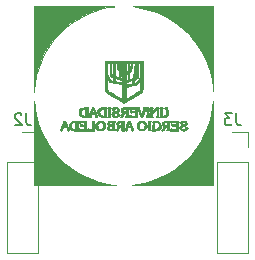
<source format=gbr>
G04 #@! TF.GenerationSoftware,KiCad,Pcbnew,(5.1.2)-2*
G04 #@! TF.CreationDate,2023-04-24T21:20:06-05:00*
G04 #@! TF.ProjectId,nrf24l01breakout,6e726632-346c-4303-9162-7265616b6f75,V0.1*
G04 #@! TF.SameCoordinates,Original*
G04 #@! TF.FileFunction,Legend,Bot*
G04 #@! TF.FilePolarity,Positive*
%FSLAX46Y46*%
G04 Gerber Fmt 4.6, Leading zero omitted, Abs format (unit mm)*
G04 Created by KiCad (PCBNEW (5.1.2)-2) date 2023-04-24 21:20:06*
%MOMM*%
%LPD*%
G04 APERTURE LIST*
%ADD10C,0.010000*%
%ADD11C,0.120000*%
%ADD12C,0.150000*%
G04 APERTURE END LIST*
D10*
G36*
X136026286Y-93614875D02*
G01*
X135965095Y-94213824D01*
X135848672Y-94824247D01*
X135680711Y-95433959D01*
X135464908Y-96030775D01*
X135204957Y-96602508D01*
X135012825Y-96957049D01*
X134640489Y-97536611D01*
X134221172Y-98075190D01*
X133758036Y-98570764D01*
X133254244Y-99021309D01*
X132712959Y-99424804D01*
X132137341Y-99779226D01*
X131530555Y-100082552D01*
X130895760Y-100332761D01*
X130236121Y-100527830D01*
X129554799Y-100665736D01*
X129127250Y-100721197D01*
X129143412Y-100722748D01*
X129219204Y-100724327D01*
X129350754Y-100725913D01*
X129534191Y-100727489D01*
X129765647Y-100729037D01*
X130041249Y-100730536D01*
X130357127Y-100731968D01*
X130709410Y-100733316D01*
X131094228Y-100734559D01*
X131507710Y-100735679D01*
X131945985Y-100736658D01*
X132405184Y-100737477D01*
X132532438Y-100737668D01*
X136048750Y-100742750D01*
X136042747Y-97083562D01*
X136041882Y-96611522D01*
X136040878Y-96160388D01*
X136039753Y-95733851D01*
X136038523Y-95335599D01*
X136037207Y-94969322D01*
X136035822Y-94638708D01*
X136034386Y-94347447D01*
X136032916Y-94099228D01*
X136031429Y-93897740D01*
X136029943Y-93746672D01*
X136028476Y-93649714D01*
X136027045Y-93610554D01*
X136026286Y-93614875D01*
X136026286Y-93614875D01*
G37*
X136026286Y-93614875D02*
X135965095Y-94213824D01*
X135848672Y-94824247D01*
X135680711Y-95433959D01*
X135464908Y-96030775D01*
X135204957Y-96602508D01*
X135012825Y-96957049D01*
X134640489Y-97536611D01*
X134221172Y-98075190D01*
X133758036Y-98570764D01*
X133254244Y-99021309D01*
X132712959Y-99424804D01*
X132137341Y-99779226D01*
X131530555Y-100082552D01*
X130895760Y-100332761D01*
X130236121Y-100527830D01*
X129554799Y-100665736D01*
X129127250Y-100721197D01*
X129143412Y-100722748D01*
X129219204Y-100724327D01*
X129350754Y-100725913D01*
X129534191Y-100727489D01*
X129765647Y-100729037D01*
X130041249Y-100730536D01*
X130357127Y-100731968D01*
X130709410Y-100733316D01*
X131094228Y-100734559D01*
X131507710Y-100735679D01*
X131945985Y-100736658D01*
X132405184Y-100737477D01*
X132532438Y-100737668D01*
X136048750Y-100742750D01*
X136042747Y-97083562D01*
X136041882Y-96611522D01*
X136040878Y-96160388D01*
X136039753Y-95733851D01*
X136038523Y-95335599D01*
X136037207Y-94969322D01*
X136035822Y-94638708D01*
X136034386Y-94347447D01*
X136032916Y-94099228D01*
X136031429Y-93897740D01*
X136029943Y-93746672D01*
X136028476Y-93649714D01*
X136027045Y-93610554D01*
X136026286Y-93614875D01*
G36*
X120860377Y-93593353D02*
G01*
X120859022Y-93663348D01*
X120857639Y-93789376D01*
X120856244Y-93967703D01*
X120854854Y-94194595D01*
X120853486Y-94466320D01*
X120852155Y-94779142D01*
X120850879Y-95129330D01*
X120849673Y-95513148D01*
X120848555Y-95926864D01*
X120847540Y-96366744D01*
X120846646Y-96829054D01*
X120846223Y-97083562D01*
X120840500Y-100742750D01*
X124356813Y-100737668D01*
X124821004Y-100736896D01*
X125265318Y-100735959D01*
X125685886Y-100734875D01*
X126078837Y-100733663D01*
X126440299Y-100732342D01*
X126766402Y-100730931D01*
X127053277Y-100729447D01*
X127297051Y-100727911D01*
X127493854Y-100726341D01*
X127639816Y-100724756D01*
X127731065Y-100723173D01*
X127763732Y-100721612D01*
X127762000Y-100721197D01*
X127067767Y-100619249D01*
X126393153Y-100458794D01*
X125741347Y-100241748D01*
X125115537Y-99970026D01*
X124518913Y-99645542D01*
X123954662Y-99270211D01*
X123425973Y-98845948D01*
X122936035Y-98374668D01*
X122488037Y-97858286D01*
X122099444Y-97320493D01*
X121753437Y-96737631D01*
X121460225Y-96122697D01*
X121221806Y-95481721D01*
X121040176Y-94820735D01*
X120917333Y-94145768D01*
X120861687Y-93583125D01*
X120860377Y-93593353D01*
X120860377Y-93593353D01*
G37*
X120860377Y-93593353D02*
X120859022Y-93663348D01*
X120857639Y-93789376D01*
X120856244Y-93967703D01*
X120854854Y-94194595D01*
X120853486Y-94466320D01*
X120852155Y-94779142D01*
X120850879Y-95129330D01*
X120849673Y-95513148D01*
X120848555Y-95926864D01*
X120847540Y-96366744D01*
X120846646Y-96829054D01*
X120846223Y-97083562D01*
X120840500Y-100742750D01*
X124356813Y-100737668D01*
X124821004Y-100736896D01*
X125265318Y-100735959D01*
X125685886Y-100734875D01*
X126078837Y-100733663D01*
X126440299Y-100732342D01*
X126766402Y-100730931D01*
X127053277Y-100729447D01*
X127297051Y-100727911D01*
X127493854Y-100726341D01*
X127639816Y-100724756D01*
X127731065Y-100723173D01*
X127763732Y-100721612D01*
X127762000Y-100721197D01*
X127067767Y-100619249D01*
X126393153Y-100458794D01*
X125741347Y-100241748D01*
X125115537Y-99970026D01*
X124518913Y-99645542D01*
X123954662Y-99270211D01*
X123425973Y-98845948D01*
X122936035Y-98374668D01*
X122488037Y-97858286D01*
X122099444Y-97320493D01*
X121753437Y-96737631D01*
X121460225Y-96122697D01*
X121221806Y-95481721D01*
X121040176Y-94820735D01*
X120917333Y-94145768D01*
X120861687Y-93583125D01*
X120860377Y-93593353D01*
G36*
X133365779Y-95302200D02*
G01*
X133258887Y-95347213D01*
X133151898Y-95412439D01*
X133223814Y-95488991D01*
X133289459Y-95541141D01*
X133333870Y-95540298D01*
X133350000Y-95487368D01*
X133377204Y-95431038D01*
X133443277Y-95396746D01*
X133524907Y-95393641D01*
X133560392Y-95404802D01*
X133625976Y-95450278D01*
X133629121Y-95497026D01*
X133570814Y-95543303D01*
X133457949Y-95585664D01*
X133303064Y-95644794D01*
X133206308Y-95717067D01*
X133162955Y-95806610D01*
X133159500Y-95846185D01*
X133188094Y-95967283D01*
X133269989Y-96058200D01*
X133374749Y-96105839D01*
X133454403Y-96126290D01*
X133503927Y-96135903D01*
X133508750Y-96135959D01*
X133547386Y-96126073D01*
X133618823Y-96105895D01*
X133621625Y-96105082D01*
X133712778Y-96061050D01*
X133795793Y-95994749D01*
X133795841Y-95994698D01*
X133873057Y-95912505D01*
X133794091Y-95851879D01*
X133715914Y-95806088D01*
X133669423Y-95814522D01*
X133652457Y-95877681D01*
X133652314Y-95884631D01*
X133625380Y-95954108D01*
X133558841Y-95993384D01*
X133471792Y-95996474D01*
X133394666Y-95965355D01*
X133333459Y-95908457D01*
X133331409Y-95854713D01*
X133389856Y-95801970D01*
X133510142Y-95748076D01*
X133535533Y-95739092D01*
X133643565Y-95698690D01*
X133728852Y-95660957D01*
X133770838Y-95635612D01*
X133803521Y-95563627D01*
X133801035Y-95469112D01*
X133766959Y-95379843D01*
X133732775Y-95340302D01*
X133632599Y-95294515D01*
X133502328Y-95281930D01*
X133365779Y-95302200D01*
X133365779Y-95302200D01*
G37*
X133365779Y-95302200D02*
X133258887Y-95347213D01*
X133151898Y-95412439D01*
X133223814Y-95488991D01*
X133289459Y-95541141D01*
X133333870Y-95540298D01*
X133350000Y-95487368D01*
X133377204Y-95431038D01*
X133443277Y-95396746D01*
X133524907Y-95393641D01*
X133560392Y-95404802D01*
X133625976Y-95450278D01*
X133629121Y-95497026D01*
X133570814Y-95543303D01*
X133457949Y-95585664D01*
X133303064Y-95644794D01*
X133206308Y-95717067D01*
X133162955Y-95806610D01*
X133159500Y-95846185D01*
X133188094Y-95967283D01*
X133269989Y-96058200D01*
X133374749Y-96105839D01*
X133454403Y-96126290D01*
X133503927Y-96135903D01*
X133508750Y-96135959D01*
X133547386Y-96126073D01*
X133618823Y-96105895D01*
X133621625Y-96105082D01*
X133712778Y-96061050D01*
X133795793Y-95994749D01*
X133795841Y-95994698D01*
X133873057Y-95912505D01*
X133794091Y-95851879D01*
X133715914Y-95806088D01*
X133669423Y-95814522D01*
X133652457Y-95877681D01*
X133652314Y-95884631D01*
X133625380Y-95954108D01*
X133558841Y-95993384D01*
X133471792Y-95996474D01*
X133394666Y-95965355D01*
X133333459Y-95908457D01*
X133331409Y-95854713D01*
X133389856Y-95801970D01*
X133510142Y-95748076D01*
X133535533Y-95739092D01*
X133643565Y-95698690D01*
X133728852Y-95660957D01*
X133770838Y-95635612D01*
X133803521Y-95563627D01*
X133801035Y-95469112D01*
X133766959Y-95379843D01*
X133732775Y-95340302D01*
X133632599Y-95294515D01*
X133502328Y-95281930D01*
X133365779Y-95302200D01*
G36*
X132738813Y-95281733D02*
G01*
X132429250Y-95281750D01*
X132429250Y-95377000D01*
X132438447Y-95443878D01*
X132460605Y-95472242D01*
X132461000Y-95472250D01*
X132491828Y-95448089D01*
X132492750Y-95440500D01*
X132521704Y-95423631D01*
X132597493Y-95412180D01*
X132685359Y-95408750D01*
X132791387Y-95409966D01*
X132848015Y-95418111D01*
X132869344Y-95439928D01*
X132869476Y-95482161D01*
X132867922Y-95496062D01*
X132852672Y-95554561D01*
X132811781Y-95582377D01*
X132736597Y-95593361D01*
X132647137Y-95591646D01*
X132582128Y-95574614D01*
X132574926Y-95569824D01*
X132526519Y-95552191D01*
X132498463Y-95592417D01*
X132492750Y-95650292D01*
X132505992Y-95716128D01*
X132536492Y-95746803D01*
X132570416Y-95728935D01*
X132571805Y-95726767D01*
X132613140Y-95707158D01*
X132693784Y-95695711D01*
X132732749Y-95694500D01*
X132873750Y-95694500D01*
X132873750Y-95980250D01*
X132685124Y-95980250D01*
X132581133Y-95975289D01*
X132504738Y-95962432D01*
X132476875Y-95948500D01*
X132439090Y-95916362D01*
X132409463Y-95940106D01*
X132397500Y-96012000D01*
X132397500Y-96107250D01*
X132722938Y-96107221D01*
X133048375Y-96107192D01*
X133048375Y-95281717D01*
X132738813Y-95281733D01*
X132738813Y-95281733D01*
G37*
X132738813Y-95281733D02*
X132429250Y-95281750D01*
X132429250Y-95377000D01*
X132438447Y-95443878D01*
X132460605Y-95472242D01*
X132461000Y-95472250D01*
X132491828Y-95448089D01*
X132492750Y-95440500D01*
X132521704Y-95423631D01*
X132597493Y-95412180D01*
X132685359Y-95408750D01*
X132791387Y-95409966D01*
X132848015Y-95418111D01*
X132869344Y-95439928D01*
X132869476Y-95482161D01*
X132867922Y-95496062D01*
X132852672Y-95554561D01*
X132811781Y-95582377D01*
X132736597Y-95593361D01*
X132647137Y-95591646D01*
X132582128Y-95574614D01*
X132574926Y-95569824D01*
X132526519Y-95552191D01*
X132498463Y-95592417D01*
X132492750Y-95650292D01*
X132505992Y-95716128D01*
X132536492Y-95746803D01*
X132570416Y-95728935D01*
X132571805Y-95726767D01*
X132613140Y-95707158D01*
X132693784Y-95695711D01*
X132732749Y-95694500D01*
X132873750Y-95694500D01*
X132873750Y-95980250D01*
X132685124Y-95980250D01*
X132581133Y-95975289D01*
X132504738Y-95962432D01*
X132476875Y-95948500D01*
X132439090Y-95916362D01*
X132409463Y-95940106D01*
X132397500Y-96012000D01*
X132397500Y-96107250D01*
X132722938Y-96107221D01*
X133048375Y-96107192D01*
X133048375Y-95281717D01*
X132738813Y-95281733D01*
G36*
X132050160Y-95287034D02*
G01*
X131887952Y-95306985D01*
X131780029Y-95348299D01*
X131719405Y-95415659D01*
X131699094Y-95513751D01*
X131699000Y-95522491D01*
X131723313Y-95627351D01*
X131776707Y-95687515D01*
X131854414Y-95748639D01*
X131744957Y-95914840D01*
X131688003Y-96003248D01*
X131648417Y-96068376D01*
X131635500Y-96094146D01*
X131663109Y-96103422D01*
X131728971Y-96107250D01*
X131786235Y-96099047D01*
X131834429Y-96066078D01*
X131887768Y-95995799D01*
X131926888Y-95932625D01*
X132004740Y-95819638D01*
X132067920Y-95762842D01*
X132113637Y-95762875D01*
X132139103Y-95820375D01*
X132143500Y-95883126D01*
X132136120Y-95967667D01*
X132117789Y-96021857D01*
X132111750Y-96027875D01*
X132081212Y-96068466D01*
X132080000Y-96077373D01*
X132107253Y-96096484D01*
X132172565Y-96105694D01*
X132251269Y-96104976D01*
X132318694Y-96094299D01*
X132348520Y-96077693D01*
X132344538Y-96036916D01*
X132334518Y-96028195D01*
X132318524Y-95987792D01*
X132307973Y-95901036D01*
X132302746Y-95784830D01*
X132302723Y-95656076D01*
X132307784Y-95531677D01*
X132308753Y-95521700D01*
X132143500Y-95521700D01*
X132143500Y-95634651D01*
X132008563Y-95624888D01*
X131921091Y-95613125D01*
X131878582Y-95587411D01*
X131862910Y-95539340D01*
X131872680Y-95464803D01*
X131931168Y-95422605D01*
X132040313Y-95409236D01*
X132109140Y-95414212D01*
X132137669Y-95442816D01*
X132143489Y-95514219D01*
X132143500Y-95521700D01*
X132308753Y-95521700D01*
X132317809Y-95428535D01*
X132332678Y-95363554D01*
X132339310Y-95352640D01*
X132353240Y-95314997D01*
X132305374Y-95291765D01*
X132195761Y-95282955D01*
X132050160Y-95287034D01*
X132050160Y-95287034D01*
G37*
X132050160Y-95287034D02*
X131887952Y-95306985D01*
X131780029Y-95348299D01*
X131719405Y-95415659D01*
X131699094Y-95513751D01*
X131699000Y-95522491D01*
X131723313Y-95627351D01*
X131776707Y-95687515D01*
X131854414Y-95748639D01*
X131744957Y-95914840D01*
X131688003Y-96003248D01*
X131648417Y-96068376D01*
X131635500Y-96094146D01*
X131663109Y-96103422D01*
X131728971Y-96107250D01*
X131786235Y-96099047D01*
X131834429Y-96066078D01*
X131887768Y-95995799D01*
X131926888Y-95932625D01*
X132004740Y-95819638D01*
X132067920Y-95762842D01*
X132113637Y-95762875D01*
X132139103Y-95820375D01*
X132143500Y-95883126D01*
X132136120Y-95967667D01*
X132117789Y-96021857D01*
X132111750Y-96027875D01*
X132081212Y-96068466D01*
X132080000Y-96077373D01*
X132107253Y-96096484D01*
X132172565Y-96105694D01*
X132251269Y-96104976D01*
X132318694Y-96094299D01*
X132348520Y-96077693D01*
X132344538Y-96036916D01*
X132334518Y-96028195D01*
X132318524Y-95987792D01*
X132307973Y-95901036D01*
X132302746Y-95784830D01*
X132302723Y-95656076D01*
X132307784Y-95531677D01*
X132308753Y-95521700D01*
X132143500Y-95521700D01*
X132143500Y-95634651D01*
X132008563Y-95624888D01*
X131921091Y-95613125D01*
X131878582Y-95587411D01*
X131862910Y-95539340D01*
X131872680Y-95464803D01*
X131931168Y-95422605D01*
X132040313Y-95409236D01*
X132109140Y-95414212D01*
X132137669Y-95442816D01*
X132143489Y-95514219D01*
X132143500Y-95521700D01*
X132308753Y-95521700D01*
X132317809Y-95428535D01*
X132332678Y-95363554D01*
X132339310Y-95352640D01*
X132353240Y-95314997D01*
X132305374Y-95291765D01*
X132195761Y-95282955D01*
X132050160Y-95287034D01*
G36*
X131073967Y-95291679D02*
G01*
X130968171Y-95316749D01*
X130934268Y-95330788D01*
X130839439Y-95379826D01*
X130906257Y-95473663D01*
X130959169Y-95542955D01*
X130991063Y-95560778D01*
X131015802Y-95528722D01*
X131032250Y-95488125D01*
X131063662Y-95435089D01*
X131118103Y-95412544D01*
X131188414Y-95408750D01*
X131288569Y-95420942D01*
X131351727Y-95463636D01*
X131363825Y-95479314D01*
X131403059Y-95580549D01*
X131410175Y-95705878D01*
X131385236Y-95824653D01*
X131363025Y-95868638D01*
X131297522Y-95930760D01*
X131203748Y-95979839D01*
X131108043Y-96004932D01*
X131046816Y-96000015D01*
X131017844Y-95959754D01*
X131002272Y-95883738D01*
X131001386Y-95798544D01*
X131016475Y-95730753D01*
X131032768Y-95710054D01*
X131054822Y-95677170D01*
X131025091Y-95648302D01*
X130955120Y-95632097D01*
X130927189Y-95630996D01*
X130825875Y-95630993D01*
X130825875Y-96107167D01*
X131064000Y-96107090D01*
X131215757Y-96101228D01*
X131322958Y-96081621D01*
X131399917Y-96047379D01*
X131513147Y-95944776D01*
X131579064Y-95813466D01*
X131596209Y-95668667D01*
X131563128Y-95525597D01*
X131478365Y-95399472D01*
X131463301Y-95384956D01*
X131381322Y-95319756D01*
X131303015Y-95289443D01*
X131195906Y-95281760D01*
X131189890Y-95281750D01*
X131073967Y-95291679D01*
X131073967Y-95291679D01*
G37*
X131073967Y-95291679D02*
X130968171Y-95316749D01*
X130934268Y-95330788D01*
X130839439Y-95379826D01*
X130906257Y-95473663D01*
X130959169Y-95542955D01*
X130991063Y-95560778D01*
X131015802Y-95528722D01*
X131032250Y-95488125D01*
X131063662Y-95435089D01*
X131118103Y-95412544D01*
X131188414Y-95408750D01*
X131288569Y-95420942D01*
X131351727Y-95463636D01*
X131363825Y-95479314D01*
X131403059Y-95580549D01*
X131410175Y-95705878D01*
X131385236Y-95824653D01*
X131363025Y-95868638D01*
X131297522Y-95930760D01*
X131203748Y-95979839D01*
X131108043Y-96004932D01*
X131046816Y-96000015D01*
X131017844Y-95959754D01*
X131002272Y-95883738D01*
X131001386Y-95798544D01*
X131016475Y-95730753D01*
X131032768Y-95710054D01*
X131054822Y-95677170D01*
X131025091Y-95648302D01*
X130955120Y-95632097D01*
X130927189Y-95630996D01*
X130825875Y-95630993D01*
X130825875Y-96107167D01*
X131064000Y-96107090D01*
X131215757Y-96101228D01*
X131322958Y-96081621D01*
X131399917Y-96047379D01*
X131513147Y-95944776D01*
X131579064Y-95813466D01*
X131596209Y-95668667D01*
X131563128Y-95525597D01*
X131478365Y-95399472D01*
X131463301Y-95384956D01*
X131381322Y-95319756D01*
X131303015Y-95289443D01*
X131195906Y-95281760D01*
X131189890Y-95281750D01*
X131073967Y-95291679D01*
G36*
X130530291Y-95290804D02*
G01*
X130477613Y-95313861D01*
X130473424Y-95344758D01*
X130491983Y-95360804D01*
X130506242Y-95399916D01*
X130517111Y-95489192D01*
X130523304Y-95615332D01*
X130524250Y-95694500D01*
X130521134Y-95835078D01*
X130512644Y-95946010D01*
X130500064Y-96013996D01*
X130491983Y-96028195D01*
X130473667Y-96066245D01*
X130477981Y-96077693D01*
X130517016Y-96096725D01*
X130587969Y-96105773D01*
X130666170Y-96104868D01*
X130726952Y-96094038D01*
X130746500Y-96077373D01*
X130723421Y-96034373D01*
X130714750Y-96027875D01*
X130701044Y-95989355D01*
X130690379Y-95901481D01*
X130684102Y-95778373D01*
X130683000Y-95694500D01*
X130686041Y-95557170D01*
X130694267Y-95446699D01*
X130706332Y-95377210D01*
X130714750Y-95361125D01*
X130747518Y-95324453D01*
X130723210Y-95296424D01*
X130648168Y-95282425D01*
X130621374Y-95281750D01*
X130530291Y-95290804D01*
X130530291Y-95290804D01*
G37*
X130530291Y-95290804D02*
X130477613Y-95313861D01*
X130473424Y-95344758D01*
X130491983Y-95360804D01*
X130506242Y-95399916D01*
X130517111Y-95489192D01*
X130523304Y-95615332D01*
X130524250Y-95694500D01*
X130521134Y-95835078D01*
X130512644Y-95946010D01*
X130500064Y-96013996D01*
X130491983Y-96028195D01*
X130473667Y-96066245D01*
X130477981Y-96077693D01*
X130517016Y-96096725D01*
X130587969Y-96105773D01*
X130666170Y-96104868D01*
X130726952Y-96094038D01*
X130746500Y-96077373D01*
X130723421Y-96034373D01*
X130714750Y-96027875D01*
X130701044Y-95989355D01*
X130690379Y-95901481D01*
X130684102Y-95778373D01*
X130683000Y-95694500D01*
X130686041Y-95557170D01*
X130694267Y-95446699D01*
X130706332Y-95377210D01*
X130714750Y-95361125D01*
X130747518Y-95324453D01*
X130723210Y-95296424D01*
X130648168Y-95282425D01*
X130621374Y-95281750D01*
X130530291Y-95290804D01*
G36*
X129821878Y-95308598D02*
G01*
X129694189Y-95381410D01*
X129603361Y-95488816D01*
X129554560Y-95619329D01*
X129552953Y-95761460D01*
X129603709Y-95903722D01*
X129663983Y-95987224D01*
X129724100Y-96045439D01*
X129787239Y-96077208D01*
X129877601Y-96092076D01*
X129940093Y-96096133D01*
X130049763Y-96098202D01*
X130137738Y-96093645D01*
X130175000Y-96086522D01*
X130281262Y-96013718D01*
X130365306Y-95899132D01*
X130400109Y-95810885D01*
X130417330Y-95711049D01*
X130409661Y-95652869D01*
X130229927Y-95652869D01*
X130217650Y-95781938D01*
X130167027Y-95896207D01*
X130127568Y-95940512D01*
X130043532Y-95998075D01*
X129966037Y-96006926D01*
X129878371Y-95976748D01*
X129792541Y-95906404D01*
X129743334Y-95802239D01*
X129730356Y-95682026D01*
X129753212Y-95563541D01*
X129811508Y-95464555D01*
X129890997Y-95408026D01*
X130000891Y-95393851D01*
X130106794Y-95433631D01*
X130189902Y-95519571D01*
X130199128Y-95535750D01*
X130229927Y-95652869D01*
X130409661Y-95652869D01*
X130405043Y-95617837D01*
X130380224Y-95544192D01*
X130299363Y-95406576D01*
X130180814Y-95319812D01*
X130023582Y-95283247D01*
X129981258Y-95281868D01*
X129821878Y-95308598D01*
X129821878Y-95308598D01*
G37*
X129821878Y-95308598D02*
X129694189Y-95381410D01*
X129603361Y-95488816D01*
X129554560Y-95619329D01*
X129552953Y-95761460D01*
X129603709Y-95903722D01*
X129663983Y-95987224D01*
X129724100Y-96045439D01*
X129787239Y-96077208D01*
X129877601Y-96092076D01*
X129940093Y-96096133D01*
X130049763Y-96098202D01*
X130137738Y-96093645D01*
X130175000Y-96086522D01*
X130281262Y-96013718D01*
X130365306Y-95899132D01*
X130400109Y-95810885D01*
X130417330Y-95711049D01*
X130409661Y-95652869D01*
X130229927Y-95652869D01*
X130217650Y-95781938D01*
X130167027Y-95896207D01*
X130127568Y-95940512D01*
X130043532Y-95998075D01*
X129966037Y-96006926D01*
X129878371Y-95976748D01*
X129792541Y-95906404D01*
X129743334Y-95802239D01*
X129730356Y-95682026D01*
X129753212Y-95563541D01*
X129811508Y-95464555D01*
X129890997Y-95408026D01*
X130000891Y-95393851D01*
X130106794Y-95433631D01*
X130189902Y-95519571D01*
X130199128Y-95535750D01*
X130229927Y-95652869D01*
X130409661Y-95652869D01*
X130405043Y-95617837D01*
X130380224Y-95544192D01*
X130299363Y-95406576D01*
X130180814Y-95319812D01*
X130023582Y-95283247D01*
X129981258Y-95281868D01*
X129821878Y-95308598D01*
G36*
X128879138Y-95287903D02*
G01*
X128840881Y-95298060D01*
X128807721Y-95325331D01*
X128773376Y-95380057D01*
X128731568Y-95472577D01*
X128676017Y-95613231D01*
X128666574Y-95637905D01*
X128613107Y-95774960D01*
X128566206Y-95889713D01*
X128531252Y-95969341D01*
X128514449Y-96000385D01*
X128487424Y-96052386D01*
X128517716Y-96089677D01*
X128599811Y-96106746D01*
X128621390Y-96107250D01*
X128702722Y-96103353D01*
X128734924Y-96086591D01*
X128732150Y-96049355D01*
X128731706Y-96047943D01*
X128728472Y-95974406D01*
X128744656Y-95905068D01*
X128775945Y-95849655D01*
X128827917Y-95825891D01*
X128903098Y-95821500D01*
X129013340Y-95842931D01*
X129076197Y-95904119D01*
X129087692Y-96000402D01*
X129081720Y-96030832D01*
X129075175Y-96081445D01*
X129100645Y-96102790D01*
X129173554Y-96107247D01*
X129176916Y-96107250D01*
X129248520Y-96101473D01*
X129280879Y-96087184D01*
X129280709Y-96083191D01*
X129265683Y-96046156D01*
X129232054Y-95961834D01*
X129184507Y-95842012D01*
X129127728Y-95698478D01*
X129115950Y-95668657D01*
X129114422Y-95664832D01*
X128982235Y-95664832D01*
X128967862Y-95690352D01*
X128919224Y-95694500D01*
X128860490Y-95686186D01*
X128841934Y-95670687D01*
X128852836Y-95604294D01*
X128876319Y-95539741D01*
X128901721Y-95504948D01*
X128905598Y-95504000D01*
X128932142Y-95530640D01*
X128962297Y-95595166D01*
X128963743Y-95599250D01*
X128982235Y-95664832D01*
X129114422Y-95664832D01*
X129052653Y-95510223D01*
X129006307Y-95401982D01*
X128971230Y-95334794D01*
X128941739Y-95299524D01*
X128912151Y-95287034D01*
X128879138Y-95287903D01*
X128879138Y-95287903D01*
G37*
X128879138Y-95287903D02*
X128840881Y-95298060D01*
X128807721Y-95325331D01*
X128773376Y-95380057D01*
X128731568Y-95472577D01*
X128676017Y-95613231D01*
X128666574Y-95637905D01*
X128613107Y-95774960D01*
X128566206Y-95889713D01*
X128531252Y-95969341D01*
X128514449Y-96000385D01*
X128487424Y-96052386D01*
X128517716Y-96089677D01*
X128599811Y-96106746D01*
X128621390Y-96107250D01*
X128702722Y-96103353D01*
X128734924Y-96086591D01*
X128732150Y-96049355D01*
X128731706Y-96047943D01*
X128728472Y-95974406D01*
X128744656Y-95905068D01*
X128775945Y-95849655D01*
X128827917Y-95825891D01*
X128903098Y-95821500D01*
X129013340Y-95842931D01*
X129076197Y-95904119D01*
X129087692Y-96000402D01*
X129081720Y-96030832D01*
X129075175Y-96081445D01*
X129100645Y-96102790D01*
X129173554Y-96107247D01*
X129176916Y-96107250D01*
X129248520Y-96101473D01*
X129280879Y-96087184D01*
X129280709Y-96083191D01*
X129265683Y-96046156D01*
X129232054Y-95961834D01*
X129184507Y-95842012D01*
X129127728Y-95698478D01*
X129115950Y-95668657D01*
X129114422Y-95664832D01*
X128982235Y-95664832D01*
X128967862Y-95690352D01*
X128919224Y-95694500D01*
X128860490Y-95686186D01*
X128841934Y-95670687D01*
X128852836Y-95604294D01*
X128876319Y-95539741D01*
X128901721Y-95504948D01*
X128905598Y-95504000D01*
X128932142Y-95530640D01*
X128962297Y-95595166D01*
X128963743Y-95599250D01*
X128982235Y-95664832D01*
X129114422Y-95664832D01*
X129052653Y-95510223D01*
X129006307Y-95401982D01*
X128971230Y-95334794D01*
X128941739Y-95299524D01*
X128912151Y-95287034D01*
X128879138Y-95287903D01*
G36*
X128201799Y-95286774D02*
G01*
X128058528Y-95297905D01*
X127963434Y-95317961D01*
X127901427Y-95350425D01*
X127892236Y-95358196D01*
X127835988Y-95446169D01*
X127826341Y-95549828D01*
X127862661Y-95645327D01*
X127900888Y-95684900D01*
X127976276Y-95741765D01*
X127869138Y-95909249D01*
X127813315Y-95998766D01*
X127774559Y-96065212D01*
X127762000Y-96091991D01*
X127789638Y-96102725D01*
X127856182Y-96107249D01*
X127856979Y-96107250D01*
X127914419Y-96099691D01*
X127960891Y-96068431D01*
X128010666Y-96000590D01*
X128050510Y-95932625D01*
X128125151Y-95819437D01*
X128188178Y-95760968D01*
X128235715Y-95758093D01*
X128263883Y-95811686D01*
X128270000Y-95883126D01*
X128262620Y-95967667D01*
X128244289Y-96021857D01*
X128238250Y-96027875D01*
X128205592Y-96064720D01*
X128229763Y-96093027D01*
X128304141Y-96106775D01*
X128325563Y-96107250D01*
X128444625Y-96107250D01*
X128444625Y-95634651D01*
X128270000Y-95634651D01*
X128135063Y-95624888D01*
X128050261Y-95615095D01*
X128011292Y-95592997D01*
X128000508Y-95544860D01*
X128000125Y-95519875D01*
X128005307Y-95459639D01*
X128032617Y-95430156D01*
X128099706Y-95417690D01*
X128135063Y-95414861D01*
X128270000Y-95405098D01*
X128270000Y-95634651D01*
X128444625Y-95634651D01*
X128444625Y-95275747D01*
X128201799Y-95286774D01*
X128201799Y-95286774D01*
G37*
X128201799Y-95286774D02*
X128058528Y-95297905D01*
X127963434Y-95317961D01*
X127901427Y-95350425D01*
X127892236Y-95358196D01*
X127835988Y-95446169D01*
X127826341Y-95549828D01*
X127862661Y-95645327D01*
X127900888Y-95684900D01*
X127976276Y-95741765D01*
X127869138Y-95909249D01*
X127813315Y-95998766D01*
X127774559Y-96065212D01*
X127762000Y-96091991D01*
X127789638Y-96102725D01*
X127856182Y-96107249D01*
X127856979Y-96107250D01*
X127914419Y-96099691D01*
X127960891Y-96068431D01*
X128010666Y-96000590D01*
X128050510Y-95932625D01*
X128125151Y-95819437D01*
X128188178Y-95760968D01*
X128235715Y-95758093D01*
X128263883Y-95811686D01*
X128270000Y-95883126D01*
X128262620Y-95967667D01*
X128244289Y-96021857D01*
X128238250Y-96027875D01*
X128205592Y-96064720D01*
X128229763Y-96093027D01*
X128304141Y-96106775D01*
X128325563Y-96107250D01*
X128444625Y-96107250D01*
X128444625Y-95634651D01*
X128270000Y-95634651D01*
X128135063Y-95624888D01*
X128050261Y-95615095D01*
X128011292Y-95592997D01*
X128000508Y-95544860D01*
X128000125Y-95519875D01*
X128005307Y-95459639D01*
X128032617Y-95430156D01*
X128099706Y-95417690D01*
X128135063Y-95414861D01*
X128270000Y-95405098D01*
X128270000Y-95634651D01*
X128444625Y-95634651D01*
X128444625Y-95275747D01*
X128201799Y-95286774D01*
G36*
X127411934Y-95286113D02*
G01*
X127393581Y-95287000D01*
X127260906Y-95297042D01*
X127176881Y-95313335D01*
X127126704Y-95339665D01*
X127108000Y-95360030D01*
X127068247Y-95453487D01*
X127075085Y-95545181D01*
X127113596Y-95601300D01*
X127144579Y-95636413D01*
X127127689Y-95668687D01*
X127098347Y-95692500D01*
X127030580Y-95779503D01*
X127010990Y-95886868D01*
X127042518Y-95991167D01*
X127058057Y-96013186D01*
X127094511Y-96051114D01*
X127139449Y-96075346D01*
X127208137Y-96089792D01*
X127315841Y-96098360D01*
X127406185Y-96102331D01*
X127550734Y-96104234D01*
X127654574Y-96097999D01*
X127707519Y-96084348D01*
X127711153Y-96080713D01*
X127709103Y-96037338D01*
X127699018Y-96028195D01*
X127683024Y-95987792D01*
X127672473Y-95901036D01*
X127667246Y-95784830D01*
X127667236Y-95726250D01*
X127508000Y-95726250D01*
X127508000Y-95980250D01*
X127366243Y-95980250D01*
X127267111Y-95972540D01*
X127210956Y-95944799D01*
X127190500Y-95916750D01*
X127169847Y-95831572D01*
X127205501Y-95768310D01*
X127292446Y-95732403D01*
X127366243Y-95726250D01*
X127508000Y-95726250D01*
X127667236Y-95726250D01*
X127667223Y-95656076D01*
X127672284Y-95531677D01*
X127674974Y-95504000D01*
X127508000Y-95504000D01*
X127504327Y-95565663D01*
X127481529Y-95592532D01*
X127421943Y-95596275D01*
X127373063Y-95593138D01*
X127287694Y-95582647D01*
X127248521Y-95560085D01*
X127238244Y-95514025D01*
X127238125Y-95504000D01*
X127245460Y-95453252D01*
X127278996Y-95427783D01*
X127356034Y-95416163D01*
X127373063Y-95414861D01*
X127457557Y-95411441D01*
X127496467Y-95425335D01*
X127507456Y-95468213D01*
X127508000Y-95504000D01*
X127674974Y-95504000D01*
X127682309Y-95428535D01*
X127697178Y-95363554D01*
X127703810Y-95352640D01*
X127718623Y-95316370D01*
X127675952Y-95293412D01*
X127574241Y-95283436D01*
X127411934Y-95286113D01*
X127411934Y-95286113D01*
G37*
X127411934Y-95286113D02*
X127393581Y-95287000D01*
X127260906Y-95297042D01*
X127176881Y-95313335D01*
X127126704Y-95339665D01*
X127108000Y-95360030D01*
X127068247Y-95453487D01*
X127075085Y-95545181D01*
X127113596Y-95601300D01*
X127144579Y-95636413D01*
X127127689Y-95668687D01*
X127098347Y-95692500D01*
X127030580Y-95779503D01*
X127010990Y-95886868D01*
X127042518Y-95991167D01*
X127058057Y-96013186D01*
X127094511Y-96051114D01*
X127139449Y-96075346D01*
X127208137Y-96089792D01*
X127315841Y-96098360D01*
X127406185Y-96102331D01*
X127550734Y-96104234D01*
X127654574Y-96097999D01*
X127707519Y-96084348D01*
X127711153Y-96080713D01*
X127709103Y-96037338D01*
X127699018Y-96028195D01*
X127683024Y-95987792D01*
X127672473Y-95901036D01*
X127667246Y-95784830D01*
X127667236Y-95726250D01*
X127508000Y-95726250D01*
X127508000Y-95980250D01*
X127366243Y-95980250D01*
X127267111Y-95972540D01*
X127210956Y-95944799D01*
X127190500Y-95916750D01*
X127169847Y-95831572D01*
X127205501Y-95768310D01*
X127292446Y-95732403D01*
X127366243Y-95726250D01*
X127508000Y-95726250D01*
X127667236Y-95726250D01*
X127667223Y-95656076D01*
X127672284Y-95531677D01*
X127674974Y-95504000D01*
X127508000Y-95504000D01*
X127504327Y-95565663D01*
X127481529Y-95592532D01*
X127421943Y-95596275D01*
X127373063Y-95593138D01*
X127287694Y-95582647D01*
X127248521Y-95560085D01*
X127238244Y-95514025D01*
X127238125Y-95504000D01*
X127245460Y-95453252D01*
X127278996Y-95427783D01*
X127356034Y-95416163D01*
X127373063Y-95414861D01*
X127457557Y-95411441D01*
X127496467Y-95425335D01*
X127507456Y-95468213D01*
X127508000Y-95504000D01*
X127674974Y-95504000D01*
X127682309Y-95428535D01*
X127697178Y-95363554D01*
X127703810Y-95352640D01*
X127718623Y-95316370D01*
X127675952Y-95293412D01*
X127574241Y-95283436D01*
X127411934Y-95286113D01*
G36*
X126320987Y-95302690D02*
G01*
X126197618Y-95369136D01*
X126104557Y-95486522D01*
X126094491Y-95505226D01*
X126051033Y-95653512D01*
X126065229Y-95804936D01*
X126133620Y-95945385D01*
X126225773Y-96040946D01*
X126325611Y-96086950D01*
X126457679Y-96106173D01*
X126596238Y-96097753D01*
X126715549Y-96060828D01*
X126721789Y-96057548D01*
X126823305Y-95967496D01*
X126885526Y-95832783D01*
X126898466Y-95727561D01*
X126730261Y-95727561D01*
X126696947Y-95849016D01*
X126625952Y-95945668D01*
X126525966Y-96002219D01*
X126482486Y-96009987D01*
X126438916Y-95998051D01*
X126369045Y-95966463D01*
X126367271Y-95965549D01*
X126295763Y-95917305D01*
X126256079Y-95853583D01*
X126239898Y-95755972D01*
X126238000Y-95679545D01*
X126259066Y-95539105D01*
X126320841Y-95444995D01*
X126421189Y-95399832D01*
X126469068Y-95396050D01*
X126583420Y-95413914D01*
X126661036Y-95473998D01*
X126713958Y-95586032D01*
X126717209Y-95596605D01*
X126730261Y-95727561D01*
X126898466Y-95727561D01*
X126904750Y-95676466D01*
X126898605Y-95581392D01*
X126871936Y-95510512D01*
X126812394Y-95436631D01*
X126781486Y-95405014D01*
X126702688Y-95332374D01*
X126636177Y-95295724D01*
X126552769Y-95282968D01*
X126484143Y-95281750D01*
X126320987Y-95302690D01*
X126320987Y-95302690D01*
G37*
X126320987Y-95302690D02*
X126197618Y-95369136D01*
X126104557Y-95486522D01*
X126094491Y-95505226D01*
X126051033Y-95653512D01*
X126065229Y-95804936D01*
X126133620Y-95945385D01*
X126225773Y-96040946D01*
X126325611Y-96086950D01*
X126457679Y-96106173D01*
X126596238Y-96097753D01*
X126715549Y-96060828D01*
X126721789Y-96057548D01*
X126823305Y-95967496D01*
X126885526Y-95832783D01*
X126898466Y-95727561D01*
X126730261Y-95727561D01*
X126696947Y-95849016D01*
X126625952Y-95945668D01*
X126525966Y-96002219D01*
X126482486Y-96009987D01*
X126438916Y-95998051D01*
X126369045Y-95966463D01*
X126367271Y-95965549D01*
X126295763Y-95917305D01*
X126256079Y-95853583D01*
X126239898Y-95755972D01*
X126238000Y-95679545D01*
X126259066Y-95539105D01*
X126320841Y-95444995D01*
X126421189Y-95399832D01*
X126469068Y-95396050D01*
X126583420Y-95413914D01*
X126661036Y-95473998D01*
X126713958Y-95586032D01*
X126717209Y-95596605D01*
X126730261Y-95727561D01*
X126898466Y-95727561D01*
X126904750Y-95676466D01*
X126898605Y-95581392D01*
X126871936Y-95510512D01*
X126812394Y-95436631D01*
X126781486Y-95405014D01*
X126702688Y-95332374D01*
X126636177Y-95295724D01*
X126552769Y-95282968D01*
X126484143Y-95281750D01*
X126320987Y-95302690D01*
G36*
X125768775Y-95980250D02*
G01*
X125606513Y-95980250D01*
X125514810Y-95974655D01*
X125455982Y-95960321D01*
X125444250Y-95948500D01*
X125420090Y-95917672D01*
X125412500Y-95916750D01*
X125390208Y-95944339D01*
X125380753Y-96010814D01*
X125380750Y-96012000D01*
X125380750Y-96107250D01*
X125968125Y-96107250D01*
X125968125Y-95281750D01*
X125744867Y-95281750D01*
X125768775Y-95980250D01*
X125768775Y-95980250D01*
G37*
X125768775Y-95980250D02*
X125606513Y-95980250D01*
X125514810Y-95974655D01*
X125455982Y-95960321D01*
X125444250Y-95948500D01*
X125420090Y-95917672D01*
X125412500Y-95916750D01*
X125390208Y-95944339D01*
X125380753Y-96010814D01*
X125380750Y-96012000D01*
X125380750Y-96107250D01*
X125968125Y-96107250D01*
X125968125Y-95281750D01*
X125744867Y-95281750D01*
X125768775Y-95980250D01*
G36*
X124682250Y-95383350D02*
G01*
X124687183Y-95448564D01*
X124705281Y-95459067D01*
X124720350Y-95446850D01*
X124772086Y-95425181D01*
X124862817Y-95411380D01*
X124926725Y-95408750D01*
X125024244Y-95410523D01*
X125074183Y-95421850D01*
X125092462Y-95451742D01*
X125095000Y-95504000D01*
X125089865Y-95565395D01*
X125062245Y-95592458D01*
X124993823Y-95599132D01*
X124969874Y-95599250D01*
X124885333Y-95591869D01*
X124831143Y-95573538D01*
X124825125Y-95567500D01*
X124787243Y-95535409D01*
X124757495Y-95559129D01*
X124745750Y-95629126D01*
X124756917Y-95705407D01*
X124783913Y-95745501D01*
X124816979Y-95737355D01*
X124824805Y-95726767D01*
X124866656Y-95706137D01*
X124945760Y-95695087D01*
X124969874Y-95694500D01*
X125095000Y-95694500D01*
X125095000Y-95980250D01*
X124922249Y-95980250D01*
X124822816Y-95974848D01*
X124751513Y-95960959D01*
X124729875Y-95948500D01*
X124692090Y-95916362D01*
X124662463Y-95940106D01*
X124650500Y-96012000D01*
X124650500Y-96107250D01*
X125301375Y-96107250D01*
X125301375Y-95281750D01*
X124682250Y-95281750D01*
X124682250Y-95383350D01*
X124682250Y-95383350D01*
G37*
X124682250Y-95383350D02*
X124687183Y-95448564D01*
X124705281Y-95459067D01*
X124720350Y-95446850D01*
X124772086Y-95425181D01*
X124862817Y-95411380D01*
X124926725Y-95408750D01*
X125024244Y-95410523D01*
X125074183Y-95421850D01*
X125092462Y-95451742D01*
X125095000Y-95504000D01*
X125089865Y-95565395D01*
X125062245Y-95592458D01*
X124993823Y-95599132D01*
X124969874Y-95599250D01*
X124885333Y-95591869D01*
X124831143Y-95573538D01*
X124825125Y-95567500D01*
X124787243Y-95535409D01*
X124757495Y-95559129D01*
X124745750Y-95629126D01*
X124756917Y-95705407D01*
X124783913Y-95745501D01*
X124816979Y-95737355D01*
X124824805Y-95726767D01*
X124866656Y-95706137D01*
X124945760Y-95695087D01*
X124969874Y-95694500D01*
X125095000Y-95694500D01*
X125095000Y-95980250D01*
X124922249Y-95980250D01*
X124822816Y-95974848D01*
X124751513Y-95960959D01*
X124729875Y-95948500D01*
X124692090Y-95916362D01*
X124662463Y-95940106D01*
X124650500Y-96012000D01*
X124650500Y-96107250D01*
X125301375Y-96107250D01*
X125301375Y-95281750D01*
X124682250Y-95281750D01*
X124682250Y-95383350D01*
G36*
X124380625Y-95282447D02*
G01*
X124173116Y-95303898D01*
X124012812Y-95365923D01*
X123900894Y-95467565D01*
X123838541Y-95607866D01*
X123825000Y-95733483D01*
X123847409Y-95879213D01*
X123916248Y-95987620D01*
X124033942Y-96060412D01*
X124202912Y-96099293D01*
X124355793Y-96107250D01*
X124571125Y-96107250D01*
X124571125Y-95694500D01*
X124364750Y-95694500D01*
X124364750Y-95980250D01*
X124252182Y-95980250D01*
X124130673Y-95953385D01*
X124061682Y-95902318D01*
X123999266Y-95801598D01*
X123988330Y-95689618D01*
X124022111Y-95580406D01*
X124093844Y-95487992D01*
X124196764Y-95426406D01*
X124299674Y-95408750D01*
X124330567Y-95413183D01*
X124349761Y-95434560D01*
X124360015Y-95484999D01*
X124364087Y-95576615D01*
X124364750Y-95694500D01*
X124571125Y-95694500D01*
X124571125Y-95281750D01*
X124380625Y-95282447D01*
X124380625Y-95282447D01*
G37*
X124380625Y-95282447D02*
X124173116Y-95303898D01*
X124012812Y-95365923D01*
X123900894Y-95467565D01*
X123838541Y-95607866D01*
X123825000Y-95733483D01*
X123847409Y-95879213D01*
X123916248Y-95987620D01*
X124033942Y-96060412D01*
X124202912Y-96099293D01*
X124355793Y-96107250D01*
X124571125Y-96107250D01*
X124571125Y-95694500D01*
X124364750Y-95694500D01*
X124364750Y-95980250D01*
X124252182Y-95980250D01*
X124130673Y-95953385D01*
X124061682Y-95902318D01*
X123999266Y-95801598D01*
X123988330Y-95689618D01*
X124022111Y-95580406D01*
X124093844Y-95487992D01*
X124196764Y-95426406D01*
X124299674Y-95408750D01*
X124330567Y-95413183D01*
X124349761Y-95434560D01*
X124360015Y-95484999D01*
X124364087Y-95576615D01*
X124364750Y-95694500D01*
X124571125Y-95694500D01*
X124571125Y-95281750D01*
X124380625Y-95282447D01*
G36*
X123387568Y-95301355D02*
G01*
X123355522Y-95319399D01*
X123324693Y-95362037D01*
X123288521Y-95439549D01*
X123240445Y-95562217D01*
X123214630Y-95631000D01*
X123161971Y-95767884D01*
X123114680Y-95883285D01*
X123078453Y-95963750D01*
X123060704Y-95994537D01*
X123028414Y-96050991D01*
X123054841Y-96089567D01*
X123136837Y-96106707D01*
X123160390Y-96107250D01*
X123241690Y-96103396D01*
X123273888Y-96086697D01*
X123271172Y-96049440D01*
X123270533Y-96047398D01*
X123269062Y-95974897D01*
X123289365Y-95904523D01*
X123324279Y-95850403D01*
X123378013Y-95826471D01*
X123461530Y-95821500D01*
X123548707Y-95826486D01*
X123593138Y-95848660D01*
X123615254Y-95898846D01*
X123616466Y-95903575D01*
X123625291Y-95989843D01*
X123617769Y-96046450D01*
X123613850Y-96087062D01*
X123646891Y-96104193D01*
X123711736Y-96107250D01*
X123786030Y-96099309D01*
X123823803Y-96079738D01*
X123825000Y-96075069D01*
X123810097Y-96022892D01*
X123792382Y-95987756D01*
X123767802Y-95936135D01*
X123727160Y-95840233D01*
X123676746Y-95715203D01*
X123664377Y-95683479D01*
X123532304Y-95683479D01*
X123503644Y-95693987D01*
X123459875Y-95694500D01*
X123400132Y-95690675D01*
X123380500Y-95683362D01*
X123389884Y-95648982D01*
X123412858Y-95579466D01*
X123416688Y-95568419D01*
X123452875Y-95464612D01*
X123496063Y-95567326D01*
X123528222Y-95646721D01*
X123532304Y-95683479D01*
X123664377Y-95683479D01*
X123637725Y-95615125D01*
X123582455Y-95474217D01*
X123541939Y-95382511D01*
X123509235Y-95329528D01*
X123477402Y-95304790D01*
X123439498Y-95297820D01*
X123427394Y-95297625D01*
X123387568Y-95301355D01*
X123387568Y-95301355D01*
G37*
X123387568Y-95301355D02*
X123355522Y-95319399D01*
X123324693Y-95362037D01*
X123288521Y-95439549D01*
X123240445Y-95562217D01*
X123214630Y-95631000D01*
X123161971Y-95767884D01*
X123114680Y-95883285D01*
X123078453Y-95963750D01*
X123060704Y-95994537D01*
X123028414Y-96050991D01*
X123054841Y-96089567D01*
X123136837Y-96106707D01*
X123160390Y-96107250D01*
X123241690Y-96103396D01*
X123273888Y-96086697D01*
X123271172Y-96049440D01*
X123270533Y-96047398D01*
X123269062Y-95974897D01*
X123289365Y-95904523D01*
X123324279Y-95850403D01*
X123378013Y-95826471D01*
X123461530Y-95821500D01*
X123548707Y-95826486D01*
X123593138Y-95848660D01*
X123615254Y-95898846D01*
X123616466Y-95903575D01*
X123625291Y-95989843D01*
X123617769Y-96046450D01*
X123613850Y-96087062D01*
X123646891Y-96104193D01*
X123711736Y-96107250D01*
X123786030Y-96099309D01*
X123823803Y-96079738D01*
X123825000Y-96075069D01*
X123810097Y-96022892D01*
X123792382Y-95987756D01*
X123767802Y-95936135D01*
X123727160Y-95840233D01*
X123676746Y-95715203D01*
X123664377Y-95683479D01*
X123532304Y-95683479D01*
X123503644Y-95693987D01*
X123459875Y-95694500D01*
X123400132Y-95690675D01*
X123380500Y-95683362D01*
X123389884Y-95648982D01*
X123412858Y-95579466D01*
X123416688Y-95568419D01*
X123452875Y-95464612D01*
X123496063Y-95567326D01*
X123528222Y-95646721D01*
X123532304Y-95683479D01*
X123664377Y-95683479D01*
X123637725Y-95615125D01*
X123582455Y-95474217D01*
X123541939Y-95382511D01*
X123509235Y-95329528D01*
X123477402Y-95304790D01*
X123439498Y-95297820D01*
X123427394Y-95297625D01*
X123387568Y-95301355D01*
G36*
X127613506Y-94144942D02*
G01*
X127606295Y-94147456D01*
X127504162Y-94198906D01*
X127456000Y-94257018D01*
X127465378Y-94315636D01*
X127492827Y-94343261D01*
X127562136Y-94385909D01*
X127596653Y-94379928D01*
X127603250Y-94346242D01*
X127629866Y-94286887D01*
X127694779Y-94249994D01*
X127775587Y-94239372D01*
X127849888Y-94258832D01*
X127889074Y-94297638D01*
X127904953Y-94349415D01*
X127870977Y-94380493D01*
X127850504Y-94388965D01*
X127778633Y-94416367D01*
X127676904Y-94455156D01*
X127619582Y-94477014D01*
X127493930Y-94544596D01*
X127427150Y-94631401D01*
X127416317Y-94742043D01*
X127424569Y-94784764D01*
X127477757Y-94876141D01*
X127575326Y-94941468D01*
X127701329Y-94974511D01*
X127839817Y-94969034D01*
X127874875Y-94960818D01*
X127965681Y-94917803D01*
X128048820Y-94851846D01*
X128049500Y-94851123D01*
X128127125Y-94768355D01*
X128052171Y-94707552D01*
X127977752Y-94656908D01*
X127936343Y-94656785D01*
X127921219Y-94708175D01*
X127920750Y-94726910D01*
X127893757Y-94800397D01*
X127824772Y-94844513D01*
X127731788Y-94850722D01*
X127685710Y-94838422D01*
X127600941Y-94790099D01*
X127576890Y-94736033D01*
X127611574Y-94680510D01*
X127703008Y-94627817D01*
X127798257Y-94595319D01*
X127948309Y-94537741D01*
X128040206Y-94463861D01*
X128078020Y-94370036D01*
X128079500Y-94343594D01*
X128050810Y-94255390D01*
X127974790Y-94185173D01*
X127866516Y-94139194D01*
X127741063Y-94123701D01*
X127613506Y-94144942D01*
X127613506Y-94144942D01*
G37*
X127613506Y-94144942D02*
X127606295Y-94147456D01*
X127504162Y-94198906D01*
X127456000Y-94257018D01*
X127465378Y-94315636D01*
X127492827Y-94343261D01*
X127562136Y-94385909D01*
X127596653Y-94379928D01*
X127603250Y-94346242D01*
X127629866Y-94286887D01*
X127694779Y-94249994D01*
X127775587Y-94239372D01*
X127849888Y-94258832D01*
X127889074Y-94297638D01*
X127904953Y-94349415D01*
X127870977Y-94380493D01*
X127850504Y-94388965D01*
X127778633Y-94416367D01*
X127676904Y-94455156D01*
X127619582Y-94477014D01*
X127493930Y-94544596D01*
X127427150Y-94631401D01*
X127416317Y-94742043D01*
X127424569Y-94784764D01*
X127477757Y-94876141D01*
X127575326Y-94941468D01*
X127701329Y-94974511D01*
X127839817Y-94969034D01*
X127874875Y-94960818D01*
X127965681Y-94917803D01*
X128048820Y-94851846D01*
X128049500Y-94851123D01*
X128127125Y-94768355D01*
X128052171Y-94707552D01*
X127977752Y-94656908D01*
X127936343Y-94656785D01*
X127921219Y-94708175D01*
X127920750Y-94726910D01*
X127893757Y-94800397D01*
X127824772Y-94844513D01*
X127731788Y-94850722D01*
X127685710Y-94838422D01*
X127600941Y-94790099D01*
X127576890Y-94736033D01*
X127611574Y-94680510D01*
X127703008Y-94627817D01*
X127798257Y-94595319D01*
X127948309Y-94537741D01*
X128040206Y-94463861D01*
X128078020Y-94370036D01*
X128079500Y-94343594D01*
X128050810Y-94255390D01*
X127974790Y-94185173D01*
X127866516Y-94139194D01*
X127741063Y-94123701D01*
X127613506Y-94144942D01*
G36*
X131927285Y-94145757D02*
G01*
X131894231Y-94169776D01*
X131918037Y-94215299D01*
X131953134Y-94249996D01*
X132003154Y-94318517D01*
X132044782Y-94413507D01*
X132050324Y-94432198D01*
X132069768Y-94586169D01*
X132040337Y-94708658D01*
X131965810Y-94793472D01*
X131849969Y-94834419D01*
X131803061Y-94837250D01*
X131699000Y-94837250D01*
X131699000Y-94519750D01*
X131702270Y-94360804D01*
X131711747Y-94254384D01*
X131726938Y-94205164D01*
X131732624Y-94202250D01*
X131751587Y-94182798D01*
X131746625Y-94170500D01*
X131707186Y-94150524D01*
X131636032Y-94140573D01*
X131557687Y-94140819D01*
X131496672Y-94151430D01*
X131476750Y-94168626D01*
X131499830Y-94211626D01*
X131508500Y-94218125D01*
X131522207Y-94256644D01*
X131532872Y-94344518D01*
X131539149Y-94467626D01*
X131540250Y-94551500D01*
X131537210Y-94688829D01*
X131528984Y-94799300D01*
X131516919Y-94868789D01*
X131508500Y-94884875D01*
X131477962Y-94925466D01*
X131476750Y-94934373D01*
X131505538Y-94948472D01*
X131580469Y-94957460D01*
X131684395Y-94961374D01*
X131800168Y-94960253D01*
X131910642Y-94954134D01*
X131998668Y-94943056D01*
X132035928Y-94933132D01*
X132145382Y-94857845D01*
X132211705Y-94744101D01*
X132232319Y-94602311D01*
X132204648Y-94442883D01*
X132175806Y-94368268D01*
X132142530Y-94277543D01*
X132129706Y-94205291D01*
X132132275Y-94185706D01*
X132130254Y-94155122D01*
X132085313Y-94141196D01*
X132019897Y-94138750D01*
X131927285Y-94145757D01*
X131927285Y-94145757D01*
G37*
X131927285Y-94145757D02*
X131894231Y-94169776D01*
X131918037Y-94215299D01*
X131953134Y-94249996D01*
X132003154Y-94318517D01*
X132044782Y-94413507D01*
X132050324Y-94432198D01*
X132069768Y-94586169D01*
X132040337Y-94708658D01*
X131965810Y-94793472D01*
X131849969Y-94834419D01*
X131803061Y-94837250D01*
X131699000Y-94837250D01*
X131699000Y-94519750D01*
X131702270Y-94360804D01*
X131711747Y-94254384D01*
X131726938Y-94205164D01*
X131732624Y-94202250D01*
X131751587Y-94182798D01*
X131746625Y-94170500D01*
X131707186Y-94150524D01*
X131636032Y-94140573D01*
X131557687Y-94140819D01*
X131496672Y-94151430D01*
X131476750Y-94168626D01*
X131499830Y-94211626D01*
X131508500Y-94218125D01*
X131522207Y-94256644D01*
X131532872Y-94344518D01*
X131539149Y-94467626D01*
X131540250Y-94551500D01*
X131537210Y-94688829D01*
X131528984Y-94799300D01*
X131516919Y-94868789D01*
X131508500Y-94884875D01*
X131477962Y-94925466D01*
X131476750Y-94934373D01*
X131505538Y-94948472D01*
X131580469Y-94957460D01*
X131684395Y-94961374D01*
X131800168Y-94960253D01*
X131910642Y-94954134D01*
X131998668Y-94943056D01*
X132035928Y-94933132D01*
X132145382Y-94857845D01*
X132211705Y-94744101D01*
X132232319Y-94602311D01*
X132204648Y-94442883D01*
X132175806Y-94368268D01*
X132142530Y-94277543D01*
X132129706Y-94205291D01*
X132132275Y-94185706D01*
X132130254Y-94155122D01*
X132085313Y-94141196D01*
X132019897Y-94138750D01*
X131927285Y-94145757D01*
G36*
X130698875Y-94964250D02*
G01*
X130802063Y-94964250D01*
X130878152Y-94953044D01*
X130905897Y-94924841D01*
X130877993Y-94887758D01*
X130873500Y-94884875D01*
X130838904Y-94832579D01*
X130859214Y-94751832D01*
X130934739Y-94641989D01*
X131048125Y-94519750D01*
X131254500Y-94315209D01*
X131254500Y-94590230D01*
X131250997Y-94717275D01*
X131241629Y-94818091D01*
X131228107Y-94877031D01*
X131222233Y-94885195D01*
X131201031Y-94918482D01*
X131230303Y-94948392D01*
X131297487Y-94963854D01*
X131311937Y-94964250D01*
X131397375Y-94964250D01*
X131397375Y-94138750D01*
X131286250Y-94138765D01*
X131217307Y-94146469D01*
X131157030Y-94177106D01*
X131087747Y-94241994D01*
X131038426Y-94297515D01*
X130964390Y-94378571D01*
X130904056Y-94435776D01*
X130871739Y-94456250D01*
X130851219Y-94429408D01*
X130842705Y-94366149D01*
X130846005Y-94292375D01*
X130860927Y-94233987D01*
X130873500Y-94218125D01*
X130905828Y-94180707D01*
X130881963Y-94151565D01*
X130809213Y-94138818D01*
X130802063Y-94138750D01*
X130698875Y-94138750D01*
X130698875Y-94964250D01*
X130698875Y-94964250D01*
G37*
X130698875Y-94964250D02*
X130802063Y-94964250D01*
X130878152Y-94953044D01*
X130905897Y-94924841D01*
X130877993Y-94887758D01*
X130873500Y-94884875D01*
X130838904Y-94832579D01*
X130859214Y-94751832D01*
X130934739Y-94641989D01*
X131048125Y-94519750D01*
X131254500Y-94315209D01*
X131254500Y-94590230D01*
X131250997Y-94717275D01*
X131241629Y-94818091D01*
X131228107Y-94877031D01*
X131222233Y-94885195D01*
X131201031Y-94918482D01*
X131230303Y-94948392D01*
X131297487Y-94963854D01*
X131311937Y-94964250D01*
X131397375Y-94964250D01*
X131397375Y-94138750D01*
X131286250Y-94138765D01*
X131217307Y-94146469D01*
X131157030Y-94177106D01*
X131087747Y-94241994D01*
X131038426Y-94297515D01*
X130964390Y-94378571D01*
X130904056Y-94435776D01*
X130871739Y-94456250D01*
X130851219Y-94429408D01*
X130842705Y-94366149D01*
X130846005Y-94292375D01*
X130860927Y-94233987D01*
X130873500Y-94218125D01*
X130905828Y-94180707D01*
X130881963Y-94151565D01*
X130809213Y-94138818D01*
X130802063Y-94138750D01*
X130698875Y-94138750D01*
X130698875Y-94964250D01*
G36*
X128936750Y-94234000D02*
G01*
X128945947Y-94300878D01*
X128968105Y-94329242D01*
X128968500Y-94329250D01*
X128999328Y-94305089D01*
X129000250Y-94297500D01*
X129029204Y-94280631D01*
X129104993Y-94269180D01*
X129192859Y-94265750D01*
X129298887Y-94266966D01*
X129355515Y-94275111D01*
X129376844Y-94296928D01*
X129376976Y-94339161D01*
X129375422Y-94353062D01*
X129357805Y-94414863D01*
X129310515Y-94442802D01*
X129258151Y-94450625D01*
X129175204Y-94448313D01*
X129119060Y-94428805D01*
X129116863Y-94426812D01*
X129057249Y-94392572D01*
X129015020Y-94416255D01*
X129000250Y-94486126D01*
X129011417Y-94562407D01*
X129038413Y-94602501D01*
X129071479Y-94594355D01*
X129079305Y-94583767D01*
X129120640Y-94564158D01*
X129201284Y-94552711D01*
X129240249Y-94551500D01*
X129381250Y-94551500D01*
X129381250Y-94837250D01*
X129192624Y-94837250D01*
X129088633Y-94832289D01*
X129012238Y-94819432D01*
X128984375Y-94805500D01*
X128946590Y-94773362D01*
X128916963Y-94797106D01*
X128905000Y-94869000D01*
X128905000Y-94964250D01*
X129236502Y-94964250D01*
X129415346Y-94959970D01*
X129534335Y-94947279D01*
X129592523Y-94926401D01*
X129588963Y-94897557D01*
X129572268Y-94885195D01*
X129558024Y-94846282D01*
X129547938Y-94760983D01*
X129542079Y-94646227D01*
X129540517Y-94518948D01*
X129543320Y-94396076D01*
X129550558Y-94294543D01*
X129562299Y-94231282D01*
X129569557Y-94219480D01*
X129591921Y-94214048D01*
X129614960Y-94232023D01*
X129642677Y-94281496D01*
X129679076Y-94370557D01*
X129728159Y-94507297D01*
X129764917Y-94614281D01*
X129815408Y-94759954D01*
X129852519Y-94855707D01*
X129882613Y-94911976D01*
X129912053Y-94939194D01*
X129947202Y-94947795D01*
X129968646Y-94948375D01*
X130007006Y-94945522D01*
X130037332Y-94930378D01*
X130065291Y-94893060D01*
X130096548Y-94823690D01*
X130136768Y-94712384D01*
X130183467Y-94573725D01*
X130239345Y-94415453D01*
X130287420Y-94297693D01*
X130324462Y-94227698D01*
X130344863Y-94211173D01*
X130362474Y-94246507D01*
X130376524Y-94328791D01*
X130386470Y-94441548D01*
X130391772Y-94568302D01*
X130391886Y-94692573D01*
X130386271Y-94797885D01*
X130374384Y-94867760D01*
X130366965Y-94883110D01*
X130349182Y-94928182D01*
X130355193Y-94943358D01*
X130402993Y-94959942D01*
X130479763Y-94963637D01*
X130555681Y-94955490D01*
X130600928Y-94936546D01*
X130602270Y-94934693D01*
X130598288Y-94893916D01*
X130588268Y-94885195D01*
X130574009Y-94846083D01*
X130563140Y-94756807D01*
X130556947Y-94630667D01*
X130556000Y-94551500D01*
X130559117Y-94410921D01*
X130567607Y-94299989D01*
X130580187Y-94232003D01*
X130588268Y-94217804D01*
X130614031Y-94185997D01*
X130580360Y-94161468D01*
X130491023Y-94145365D01*
X130349789Y-94138836D01*
X130328480Y-94138750D01*
X130201870Y-94140188D01*
X130127451Y-94146185D01*
X130093944Y-94159263D01*
X130090074Y-94181943D01*
X130093152Y-94191378D01*
X130092325Y-94241434D01*
X130075352Y-94331752D01*
X130047452Y-94442798D01*
X130013839Y-94555035D01*
X129979731Y-94648927D01*
X129959789Y-94690826D01*
X129942187Y-94680248D01*
X129913034Y-94623831D01*
X129877692Y-94536942D01*
X129841525Y-94434949D01*
X129809895Y-94333217D01*
X129788165Y-94247115D01*
X129781698Y-94192010D01*
X129783161Y-94184702D01*
X129781579Y-94166027D01*
X129754230Y-94153072D01*
X129692371Y-94144867D01*
X129587258Y-94140443D01*
X129430150Y-94138830D01*
X129368772Y-94138750D01*
X128936750Y-94138750D01*
X128936750Y-94234000D01*
X128936750Y-94234000D01*
G37*
X128936750Y-94234000D02*
X128945947Y-94300878D01*
X128968105Y-94329242D01*
X128968500Y-94329250D01*
X128999328Y-94305089D01*
X129000250Y-94297500D01*
X129029204Y-94280631D01*
X129104993Y-94269180D01*
X129192859Y-94265750D01*
X129298887Y-94266966D01*
X129355515Y-94275111D01*
X129376844Y-94296928D01*
X129376976Y-94339161D01*
X129375422Y-94353062D01*
X129357805Y-94414863D01*
X129310515Y-94442802D01*
X129258151Y-94450625D01*
X129175204Y-94448313D01*
X129119060Y-94428805D01*
X129116863Y-94426812D01*
X129057249Y-94392572D01*
X129015020Y-94416255D01*
X129000250Y-94486126D01*
X129011417Y-94562407D01*
X129038413Y-94602501D01*
X129071479Y-94594355D01*
X129079305Y-94583767D01*
X129120640Y-94564158D01*
X129201284Y-94552711D01*
X129240249Y-94551500D01*
X129381250Y-94551500D01*
X129381250Y-94837250D01*
X129192624Y-94837250D01*
X129088633Y-94832289D01*
X129012238Y-94819432D01*
X128984375Y-94805500D01*
X128946590Y-94773362D01*
X128916963Y-94797106D01*
X128905000Y-94869000D01*
X128905000Y-94964250D01*
X129236502Y-94964250D01*
X129415346Y-94959970D01*
X129534335Y-94947279D01*
X129592523Y-94926401D01*
X129588963Y-94897557D01*
X129572268Y-94885195D01*
X129558024Y-94846282D01*
X129547938Y-94760983D01*
X129542079Y-94646227D01*
X129540517Y-94518948D01*
X129543320Y-94396076D01*
X129550558Y-94294543D01*
X129562299Y-94231282D01*
X129569557Y-94219480D01*
X129591921Y-94214048D01*
X129614960Y-94232023D01*
X129642677Y-94281496D01*
X129679076Y-94370557D01*
X129728159Y-94507297D01*
X129764917Y-94614281D01*
X129815408Y-94759954D01*
X129852519Y-94855707D01*
X129882613Y-94911976D01*
X129912053Y-94939194D01*
X129947202Y-94947795D01*
X129968646Y-94948375D01*
X130007006Y-94945522D01*
X130037332Y-94930378D01*
X130065291Y-94893060D01*
X130096548Y-94823690D01*
X130136768Y-94712384D01*
X130183467Y-94573725D01*
X130239345Y-94415453D01*
X130287420Y-94297693D01*
X130324462Y-94227698D01*
X130344863Y-94211173D01*
X130362474Y-94246507D01*
X130376524Y-94328791D01*
X130386470Y-94441548D01*
X130391772Y-94568302D01*
X130391886Y-94692573D01*
X130386271Y-94797885D01*
X130374384Y-94867760D01*
X130366965Y-94883110D01*
X130349182Y-94928182D01*
X130355193Y-94943358D01*
X130402993Y-94959942D01*
X130479763Y-94963637D01*
X130555681Y-94955490D01*
X130600928Y-94936546D01*
X130602270Y-94934693D01*
X130598288Y-94893916D01*
X130588268Y-94885195D01*
X130574009Y-94846083D01*
X130563140Y-94756807D01*
X130556947Y-94630667D01*
X130556000Y-94551500D01*
X130559117Y-94410921D01*
X130567607Y-94299989D01*
X130580187Y-94232003D01*
X130588268Y-94217804D01*
X130614031Y-94185997D01*
X130580360Y-94161468D01*
X130491023Y-94145365D01*
X130349789Y-94138836D01*
X130328480Y-94138750D01*
X130201870Y-94140188D01*
X130127451Y-94146185D01*
X130093944Y-94159263D01*
X130090074Y-94181943D01*
X130093152Y-94191378D01*
X130092325Y-94241434D01*
X130075352Y-94331752D01*
X130047452Y-94442798D01*
X130013839Y-94555035D01*
X129979731Y-94648927D01*
X129959789Y-94690826D01*
X129942187Y-94680248D01*
X129913034Y-94623831D01*
X129877692Y-94536942D01*
X129841525Y-94434949D01*
X129809895Y-94333217D01*
X129788165Y-94247115D01*
X129781698Y-94192010D01*
X129783161Y-94184702D01*
X129781579Y-94166027D01*
X129754230Y-94153072D01*
X129692371Y-94144867D01*
X129587258Y-94140443D01*
X129430150Y-94138830D01*
X129368772Y-94138750D01*
X128936750Y-94138750D01*
X128936750Y-94234000D01*
G36*
X128564809Y-94143784D02*
G01*
X128411150Y-94154985D01*
X128308366Y-94177525D01*
X128244032Y-94217655D01*
X128205729Y-94281627D01*
X128190535Y-94332160D01*
X128189833Y-94407411D01*
X128232561Y-94486953D01*
X128254710Y-94514654D01*
X128339031Y-94614864D01*
X128241016Y-94774158D01*
X128188538Y-94861854D01*
X128152969Y-94925906D01*
X128143000Y-94948851D01*
X128170592Y-94959775D01*
X128235920Y-94964250D01*
X128292691Y-94956181D01*
X128339675Y-94923474D01*
X128390955Y-94853376D01*
X128428750Y-94789625D01*
X128501254Y-94678727D01*
X128561288Y-94623560D01*
X128593166Y-94615000D01*
X128634646Y-94623579D01*
X128648566Y-94660962D01*
X128643599Y-94734062D01*
X128627792Y-94828475D01*
X128607682Y-94902395D01*
X128605117Y-94908687D01*
X128598190Y-94944791D01*
X128628968Y-94960814D01*
X128703166Y-94964266D01*
X128825625Y-94964282D01*
X128825625Y-94491651D01*
X128651000Y-94491651D01*
X128516063Y-94481888D01*
X128431261Y-94472095D01*
X128392292Y-94449997D01*
X128381508Y-94401860D01*
X128381125Y-94376875D01*
X128386307Y-94316639D01*
X128413617Y-94287156D01*
X128480706Y-94274690D01*
X128516063Y-94271861D01*
X128651000Y-94262098D01*
X128651000Y-94491651D01*
X128825625Y-94491651D01*
X128825625Y-94132944D01*
X128564809Y-94143784D01*
X128564809Y-94143784D01*
G37*
X128564809Y-94143784D02*
X128411150Y-94154985D01*
X128308366Y-94177525D01*
X128244032Y-94217655D01*
X128205729Y-94281627D01*
X128190535Y-94332160D01*
X128189833Y-94407411D01*
X128232561Y-94486953D01*
X128254710Y-94514654D01*
X128339031Y-94614864D01*
X128241016Y-94774158D01*
X128188538Y-94861854D01*
X128152969Y-94925906D01*
X128143000Y-94948851D01*
X128170592Y-94959775D01*
X128235920Y-94964250D01*
X128292691Y-94956181D01*
X128339675Y-94923474D01*
X128390955Y-94853376D01*
X128428750Y-94789625D01*
X128501254Y-94678727D01*
X128561288Y-94623560D01*
X128593166Y-94615000D01*
X128634646Y-94623579D01*
X128648566Y-94660962D01*
X128643599Y-94734062D01*
X128627792Y-94828475D01*
X128607682Y-94902395D01*
X128605117Y-94908687D01*
X128598190Y-94944791D01*
X128628968Y-94960814D01*
X128703166Y-94964266D01*
X128825625Y-94964282D01*
X128825625Y-94491651D01*
X128651000Y-94491651D01*
X128516063Y-94481888D01*
X128431261Y-94472095D01*
X128392292Y-94449997D01*
X128381508Y-94401860D01*
X128381125Y-94376875D01*
X128386307Y-94316639D01*
X128413617Y-94287156D01*
X128480706Y-94274690D01*
X128516063Y-94271861D01*
X128651000Y-94262098D01*
X128651000Y-94491651D01*
X128825625Y-94491651D01*
X128825625Y-94132944D01*
X128564809Y-94143784D01*
G36*
X127101535Y-94148257D02*
G01*
X127063543Y-94173186D01*
X127080992Y-94208145D01*
X127095250Y-94218125D01*
X127108957Y-94256644D01*
X127119622Y-94344518D01*
X127125899Y-94467626D01*
X127127000Y-94551500D01*
X127123960Y-94688829D01*
X127115734Y-94799300D01*
X127103669Y-94868789D01*
X127095250Y-94884875D01*
X127064712Y-94925466D01*
X127063500Y-94934373D01*
X127090753Y-94953484D01*
X127156065Y-94962694D01*
X127234769Y-94961976D01*
X127302194Y-94951299D01*
X127332020Y-94934693D01*
X127328038Y-94893916D01*
X127318018Y-94885195D01*
X127303759Y-94846083D01*
X127292890Y-94756807D01*
X127286697Y-94630667D01*
X127285750Y-94551500D01*
X127288867Y-94410921D01*
X127297357Y-94299989D01*
X127309937Y-94232003D01*
X127318018Y-94217804D01*
X127341111Y-94185319D01*
X127310801Y-94157672D01*
X127237172Y-94141025D01*
X127188627Y-94138750D01*
X127101535Y-94148257D01*
X127101535Y-94148257D01*
G37*
X127101535Y-94148257D02*
X127063543Y-94173186D01*
X127080992Y-94208145D01*
X127095250Y-94218125D01*
X127108957Y-94256644D01*
X127119622Y-94344518D01*
X127125899Y-94467626D01*
X127127000Y-94551500D01*
X127123960Y-94688829D01*
X127115734Y-94799300D01*
X127103669Y-94868789D01*
X127095250Y-94884875D01*
X127064712Y-94925466D01*
X127063500Y-94934373D01*
X127090753Y-94953484D01*
X127156065Y-94962694D01*
X127234769Y-94961976D01*
X127302194Y-94951299D01*
X127332020Y-94934693D01*
X127328038Y-94893916D01*
X127318018Y-94885195D01*
X127303759Y-94846083D01*
X127292890Y-94756807D01*
X127286697Y-94630667D01*
X127285750Y-94551500D01*
X127288867Y-94410921D01*
X127297357Y-94299989D01*
X127309937Y-94232003D01*
X127318018Y-94217804D01*
X127341111Y-94185319D01*
X127310801Y-94157672D01*
X127237172Y-94141025D01*
X127188627Y-94138750D01*
X127101535Y-94148257D01*
G36*
X126583414Y-94156105D02*
G01*
X126429476Y-94209715D01*
X126316499Y-94301899D01*
X126307666Y-94312748D01*
X126232324Y-94453533D01*
X126219022Y-94601968D01*
X126258539Y-94732681D01*
X126337115Y-94843771D01*
X126449954Y-94916753D01*
X126605304Y-94955420D01*
X126761875Y-94964200D01*
X126984125Y-94964250D01*
X126984125Y-94265750D01*
X126777750Y-94265750D01*
X126777750Y-94837250D01*
X126665182Y-94837250D01*
X126543673Y-94810385D01*
X126474682Y-94759318D01*
X126413027Y-94658588D01*
X126401189Y-94544420D01*
X126432605Y-94432589D01*
X126500712Y-94338869D01*
X126598945Y-94279034D01*
X126680058Y-94265750D01*
X126777750Y-94265750D01*
X126984125Y-94265750D01*
X126984125Y-94138750D01*
X126784668Y-94138750D01*
X126583414Y-94156105D01*
X126583414Y-94156105D01*
G37*
X126583414Y-94156105D02*
X126429476Y-94209715D01*
X126316499Y-94301899D01*
X126307666Y-94312748D01*
X126232324Y-94453533D01*
X126219022Y-94601968D01*
X126258539Y-94732681D01*
X126337115Y-94843771D01*
X126449954Y-94916753D01*
X126605304Y-94955420D01*
X126761875Y-94964200D01*
X126984125Y-94964250D01*
X126984125Y-94265750D01*
X126777750Y-94265750D01*
X126777750Y-94837250D01*
X126665182Y-94837250D01*
X126543673Y-94810385D01*
X126474682Y-94759318D01*
X126413027Y-94658588D01*
X126401189Y-94544420D01*
X126432605Y-94432589D01*
X126500712Y-94338869D01*
X126598945Y-94279034D01*
X126680058Y-94265750D01*
X126777750Y-94265750D01*
X126984125Y-94265750D01*
X126984125Y-94138750D01*
X126784668Y-94138750D01*
X126583414Y-94156105D01*
G36*
X125794440Y-94142615D02*
G01*
X125763928Y-94160486D01*
X125733223Y-94201775D01*
X125696659Y-94275894D01*
X125648572Y-94392255D01*
X125594967Y-94529948D01*
X125539026Y-94676697D01*
X125492486Y-94801733D01*
X125459620Y-94893351D01*
X125444704Y-94939848D01*
X125444250Y-94942698D01*
X125472448Y-94956172D01*
X125542920Y-94963687D01*
X125571855Y-94964250D01*
X125652492Y-94961000D01*
X125684805Y-94944152D01*
X125683904Y-94903059D01*
X125680281Y-94887832D01*
X125677809Y-94783089D01*
X125727713Y-94712072D01*
X125825688Y-94679883D01*
X125857000Y-94678500D01*
X125966256Y-94700247D01*
X126028511Y-94762088D01*
X126039461Y-94858924D01*
X126033720Y-94887832D01*
X126027175Y-94938445D01*
X126052645Y-94959790D01*
X126125554Y-94964247D01*
X126128916Y-94964250D01*
X126200520Y-94958473D01*
X126232879Y-94944184D01*
X126232709Y-94940191D01*
X126217675Y-94903140D01*
X126184050Y-94818832D01*
X126136531Y-94699088D01*
X126079816Y-94555726D01*
X126068644Y-94527441D01*
X126066407Y-94521852D01*
X125934353Y-94521852D01*
X125918217Y-94547271D01*
X125857000Y-94551500D01*
X125795211Y-94547088D01*
X125779701Y-94521192D01*
X125798258Y-94456250D01*
X125828381Y-94390335D01*
X125855883Y-94361085D01*
X125857000Y-94361000D01*
X125883964Y-94387650D01*
X125914306Y-94452195D01*
X125915743Y-94456250D01*
X125934353Y-94521852D01*
X126066407Y-94521852D01*
X126005193Y-94368942D01*
X125958399Y-94260461D01*
X125922502Y-94192603D01*
X125891747Y-94155974D01*
X125860374Y-94141179D01*
X125830423Y-94138750D01*
X125794440Y-94142615D01*
X125794440Y-94142615D01*
G37*
X125794440Y-94142615D02*
X125763928Y-94160486D01*
X125733223Y-94201775D01*
X125696659Y-94275894D01*
X125648572Y-94392255D01*
X125594967Y-94529948D01*
X125539026Y-94676697D01*
X125492486Y-94801733D01*
X125459620Y-94893351D01*
X125444704Y-94939848D01*
X125444250Y-94942698D01*
X125472448Y-94956172D01*
X125542920Y-94963687D01*
X125571855Y-94964250D01*
X125652492Y-94961000D01*
X125684805Y-94944152D01*
X125683904Y-94903059D01*
X125680281Y-94887832D01*
X125677809Y-94783089D01*
X125727713Y-94712072D01*
X125825688Y-94679883D01*
X125857000Y-94678500D01*
X125966256Y-94700247D01*
X126028511Y-94762088D01*
X126039461Y-94858924D01*
X126033720Y-94887832D01*
X126027175Y-94938445D01*
X126052645Y-94959790D01*
X126125554Y-94964247D01*
X126128916Y-94964250D01*
X126200520Y-94958473D01*
X126232879Y-94944184D01*
X126232709Y-94940191D01*
X126217675Y-94903140D01*
X126184050Y-94818832D01*
X126136531Y-94699088D01*
X126079816Y-94555726D01*
X126068644Y-94527441D01*
X126066407Y-94521852D01*
X125934353Y-94521852D01*
X125918217Y-94547271D01*
X125857000Y-94551500D01*
X125795211Y-94547088D01*
X125779701Y-94521192D01*
X125798258Y-94456250D01*
X125828381Y-94390335D01*
X125855883Y-94361085D01*
X125857000Y-94361000D01*
X125883964Y-94387650D01*
X125914306Y-94452195D01*
X125915743Y-94456250D01*
X125934353Y-94521852D01*
X126066407Y-94521852D01*
X126005193Y-94368942D01*
X125958399Y-94260461D01*
X125922502Y-94192603D01*
X125891747Y-94155974D01*
X125860374Y-94141179D01*
X125830423Y-94138750D01*
X125794440Y-94142615D01*
G36*
X125190250Y-94138799D02*
G01*
X124984742Y-94159882D01*
X124824409Y-94221837D01*
X124711484Y-94322880D01*
X124648200Y-94461232D01*
X124634625Y-94582244D01*
X124658188Y-94729864D01*
X124730003Y-94840559D01*
X124851761Y-94915511D01*
X125025153Y-94955903D01*
X125181293Y-94964250D01*
X125396625Y-94964250D01*
X125396625Y-94265750D01*
X125190250Y-94265750D01*
X125190250Y-94837250D01*
X125083407Y-94837250D01*
X124976723Y-94815882D01*
X124892907Y-94771445D01*
X124826837Y-94684561D01*
X124807931Y-94578323D01*
X124830148Y-94468037D01*
X124887445Y-94369006D01*
X124973779Y-94296535D01*
X125083108Y-94265931D01*
X125092558Y-94265750D01*
X125190250Y-94265750D01*
X125396625Y-94265750D01*
X125396625Y-94138750D01*
X125190250Y-94138799D01*
X125190250Y-94138799D01*
G37*
X125190250Y-94138799D02*
X124984742Y-94159882D01*
X124824409Y-94221837D01*
X124711484Y-94322880D01*
X124648200Y-94461232D01*
X124634625Y-94582244D01*
X124658188Y-94729864D01*
X124730003Y-94840559D01*
X124851761Y-94915511D01*
X125025153Y-94955903D01*
X125181293Y-94964250D01*
X125396625Y-94964250D01*
X125396625Y-94265750D01*
X125190250Y-94265750D01*
X125190250Y-94837250D01*
X125083407Y-94837250D01*
X124976723Y-94815882D01*
X124892907Y-94771445D01*
X124826837Y-94684561D01*
X124807931Y-94578323D01*
X124830148Y-94468037D01*
X124887445Y-94369006D01*
X124973779Y-94296535D01*
X125083108Y-94265931D01*
X125092558Y-94265750D01*
X125190250Y-94265750D01*
X125396625Y-94265750D01*
X125396625Y-94138750D01*
X125190250Y-94138799D01*
G36*
X126841250Y-91409269D02*
G01*
X126841487Y-91735573D01*
X126842658Y-92004692D01*
X126845458Y-92222944D01*
X126850580Y-92396642D01*
X126858717Y-92532102D01*
X126870563Y-92635641D01*
X126886811Y-92713573D01*
X126908154Y-92772215D01*
X126935286Y-92817881D01*
X126968900Y-92856887D01*
X127003846Y-92890217D01*
X127074505Y-92944182D01*
X127189397Y-93019913D01*
X127336267Y-93110172D01*
X127502859Y-93207720D01*
X127676918Y-93305319D01*
X127846189Y-93395729D01*
X127941971Y-93444314D01*
X128077123Y-93516445D01*
X128206672Y-93594553D01*
X128307720Y-93664596D01*
X128328018Y-93681048D01*
X128400992Y-93741674D01*
X128451782Y-93780435D01*
X128465548Y-93788178D01*
X128493425Y-93768263D01*
X128552725Y-93718841D01*
X128595919Y-93681210D01*
X128700803Y-93600588D01*
X128822674Y-93523216D01*
X128865794Y-93499969D01*
X129031933Y-93413903D01*
X129210880Y-93316943D01*
X129391330Y-93215662D01*
X129561977Y-93116635D01*
X129711514Y-93026436D01*
X129828637Y-92951639D01*
X129902038Y-92898818D01*
X129907180Y-92894436D01*
X129983275Y-92807241D01*
X130038773Y-92707861D01*
X130047052Y-92683575D01*
X130055417Y-92621056D01*
X130062779Y-92500891D01*
X130068180Y-92351368D01*
X129862339Y-92351368D01*
X129860628Y-92477943D01*
X129854689Y-92565252D01*
X129843332Y-92625400D01*
X129825365Y-92670490D01*
X129809417Y-92697708D01*
X129767984Y-92735726D01*
X129681186Y-92797774D01*
X129559421Y-92877508D01*
X129413088Y-92968582D01*
X129252585Y-93064650D01*
X129088309Y-93159366D01*
X128930658Y-93246386D01*
X128793875Y-93317453D01*
X128635125Y-93396478D01*
X128626331Y-92920745D01*
X128624822Y-92753034D01*
X128626527Y-92608363D01*
X128631077Y-92498361D01*
X128638099Y-92434659D01*
X128642206Y-92423970D01*
X128681647Y-92409492D01*
X128769759Y-92386304D01*
X128892875Y-92357783D01*
X129016125Y-92331606D01*
X129252378Y-92278268D01*
X129434825Y-92224225D01*
X129573064Y-92165247D01*
X129676692Y-92097106D01*
X129755306Y-92015573D01*
X129766076Y-92001180D01*
X129857500Y-91874972D01*
X129861015Y-92173423D01*
X129862339Y-92351368D01*
X130068180Y-92351368D01*
X130068991Y-92328927D01*
X130073907Y-92111014D01*
X130077381Y-91852999D01*
X130079266Y-91560730D01*
X130079573Y-91384437D01*
X130079726Y-90360500D01*
X129857500Y-90360500D01*
X129857500Y-91608197D01*
X129711142Y-91786036D01*
X129599109Y-91911167D01*
X129495783Y-92006184D01*
X129411127Y-92062674D01*
X129369133Y-92074790D01*
X129355821Y-92047051D01*
X129355309Y-91976992D01*
X129359089Y-91941176D01*
X129368296Y-91892970D01*
X129174245Y-91892970D01*
X129169786Y-91968539D01*
X129166662Y-92001218D01*
X129152778Y-92133812D01*
X128925702Y-92170091D01*
X128809696Y-92189423D01*
X128717693Y-92206222D01*
X128668361Y-92217066D01*
X128666875Y-92217553D01*
X128629781Y-92230394D01*
X128627188Y-92231243D01*
X128621525Y-92205625D01*
X128620727Y-92183553D01*
X128301750Y-92183553D01*
X128301750Y-93409298D01*
X128072696Y-93293948D01*
X127950357Y-93229474D01*
X127795522Y-93143739D01*
X127629731Y-93048842D01*
X127500576Y-92972593D01*
X127364908Y-92888115D01*
X127246514Y-92808813D01*
X127157829Y-92743393D01*
X127111289Y-92700563D01*
X127110506Y-92699480D01*
X127090744Y-92655693D01*
X127077025Y-92583850D01*
X127068503Y-92474435D01*
X127064333Y-92317937D01*
X127063550Y-92171122D01*
X127063769Y-91992102D01*
X127065155Y-91869285D01*
X127068865Y-91795374D01*
X127076057Y-91763073D01*
X127087889Y-91765084D01*
X127105519Y-91794112D01*
X127119112Y-91820963D01*
X127177632Y-91905284D01*
X127248395Y-91966515D01*
X127258258Y-91971744D01*
X127318291Y-91991176D01*
X127427610Y-92018116D01*
X127572872Y-92049587D01*
X127740735Y-92082611D01*
X127821821Y-92097495D01*
X128301750Y-92183553D01*
X128620727Y-92183553D01*
X128619250Y-92142714D01*
X128623375Y-92098101D01*
X128643337Y-92063746D01*
X128690517Y-92031544D01*
X128720038Y-92018413D01*
X128296662Y-92018413D01*
X128275923Y-92038285D01*
X128262352Y-92034925D01*
X128211210Y-92021979D01*
X128116211Y-92003186D01*
X127996275Y-91982241D01*
X127974271Y-91978652D01*
X127730250Y-91939287D01*
X127730250Y-91909498D01*
X127571500Y-91909498D01*
X127442681Y-91876800D01*
X127378048Y-91856606D01*
X127329475Y-91826292D01*
X127285349Y-91772982D01*
X127234059Y-91683797D01*
X127188681Y-91595130D01*
X127063500Y-91346159D01*
X127063500Y-90360500D01*
X127316035Y-90360500D01*
X127333375Y-91487568D01*
X127452352Y-91551096D01*
X127525660Y-91595631D01*
X127560398Y-91642135D01*
X127570840Y-91715900D01*
X127571415Y-91762061D01*
X127571500Y-91909498D01*
X127730250Y-91909498D01*
X127730250Y-91816643D01*
X127736117Y-91738722D01*
X127750715Y-91696489D01*
X127755842Y-91694000D01*
X127796300Y-91702495D01*
X127881432Y-91725095D01*
X127995147Y-91757465D01*
X128033654Y-91768798D01*
X128157483Y-91806776D01*
X128232985Y-91836217D01*
X128272945Y-91865834D01*
X128290147Y-91904342D01*
X128296145Y-91947714D01*
X128296662Y-92018413D01*
X128720038Y-92018413D01*
X128776297Y-91993389D01*
X128891230Y-91949027D01*
X129011131Y-91905234D01*
X129106062Y-91873321D01*
X129162397Y-91857732D01*
X129171878Y-91857500D01*
X129174245Y-91892970D01*
X129368296Y-91892970D01*
X129374828Y-91858778D01*
X129404549Y-91801058D01*
X129462420Y-91750925D01*
X129562610Y-91691292D01*
X129569373Y-91687539D01*
X129667000Y-91633453D01*
X129667000Y-90461274D01*
X129536433Y-90461274D01*
X129535341Y-90577840D01*
X129532175Y-90723156D01*
X129527342Y-90885667D01*
X129521252Y-91053820D01*
X129514313Y-91216058D01*
X129506934Y-91360827D01*
X129499524Y-91476574D01*
X129492491Y-91551742D01*
X129487816Y-91574377D01*
X129452253Y-91600136D01*
X129423040Y-91573108D01*
X129413000Y-91515362D01*
X129416072Y-91441527D01*
X129424452Y-91325828D01*
X129436890Y-91180525D01*
X129452137Y-91017878D01*
X129468943Y-90850147D01*
X129486056Y-90689592D01*
X129502227Y-90548474D01*
X129514607Y-90451561D01*
X129377870Y-90451561D01*
X129372986Y-90536868D01*
X129359122Y-90663552D01*
X129336456Y-90839794D01*
X129317597Y-90981002D01*
X129287759Y-91203948D01*
X129264555Y-91372302D01*
X129245709Y-91494341D01*
X129228944Y-91578343D01*
X129211985Y-91632587D01*
X129192556Y-91665352D01*
X129168380Y-91684915D01*
X129137182Y-91699556D01*
X129117774Y-91707822D01*
X129036341Y-91741175D01*
X128983933Y-91749612D01*
X128954155Y-91724503D01*
X128940612Y-91657218D01*
X128936910Y-91539126D01*
X128936877Y-91523156D01*
X128809750Y-91523156D01*
X128808738Y-91663538D01*
X128803799Y-91753538D01*
X128792085Y-91806261D01*
X128770747Y-91834817D01*
X128738313Y-91851760D01*
X128673643Y-91874912D01*
X128643063Y-91882487D01*
X128632729Y-91853983D01*
X128624658Y-91775813D01*
X128619975Y-91661798D01*
X128619250Y-91589835D01*
X128619250Y-91360625D01*
X128301750Y-91360625D01*
X128301077Y-91509112D01*
X128297520Y-91605382D01*
X128288775Y-91660716D01*
X128272539Y-91686394D01*
X128246507Y-91693696D01*
X128233659Y-91694000D01*
X128198011Y-91690044D01*
X128179614Y-91668891D01*
X128175358Y-91616614D01*
X128182134Y-91519285D01*
X128185809Y-91479687D01*
X128196559Y-91348046D01*
X128203986Y-91223141D01*
X128206275Y-91146312D01*
X128210519Y-91106819D01*
X128047750Y-91106819D01*
X128044028Y-91216908D01*
X128034284Y-91337179D01*
X128020656Y-91451029D01*
X128005278Y-91541855D01*
X127990288Y-91593053D01*
X127984465Y-91598750D01*
X127941331Y-91589191D01*
X127868382Y-91566120D01*
X127866218Y-91565368D01*
X127808471Y-91538451D01*
X127776078Y-91496376D01*
X127757614Y-91419528D01*
X127750631Y-91366930D01*
X127743004Y-91271080D01*
X127736690Y-91130281D01*
X127732323Y-90963080D01*
X127730537Y-90788024D01*
X127730526Y-90778859D01*
X127731074Y-90607620D01*
X127733835Y-90490279D01*
X127740097Y-90417242D01*
X127751146Y-90378915D01*
X127768269Y-90365701D01*
X127785813Y-90366489D01*
X127814565Y-90383495D01*
X127836315Y-90429311D01*
X127854457Y-90515325D01*
X127872383Y-90652921D01*
X127873125Y-90659494D01*
X127890428Y-90797248D01*
X127907689Y-90885127D01*
X127929334Y-90936597D01*
X127959787Y-90965127D01*
X127976313Y-90973529D01*
X128031131Y-91019708D01*
X128047731Y-91102740D01*
X128047750Y-91106819D01*
X128210519Y-91106819D01*
X128215449Y-91060951D01*
X128244844Y-91028237D01*
X128254125Y-91027250D01*
X128275874Y-91037470D01*
X128290021Y-91074965D01*
X128298033Y-91149986D01*
X128301374Y-91272784D01*
X128301750Y-91360625D01*
X128619250Y-91360625D01*
X128619250Y-91295171D01*
X128809750Y-91223265D01*
X128809750Y-91523156D01*
X128936877Y-91523156D01*
X128936750Y-91463512D01*
X128938375Y-91321692D01*
X128944884Y-91229879D01*
X128958732Y-91174628D01*
X128982370Y-91142492D01*
X128997283Y-91131721D01*
X129034588Y-91086884D01*
X129071684Y-90995489D01*
X129111183Y-90850494D01*
X129126726Y-90782771D01*
X129164232Y-90613977D01*
X129191689Y-90497434D01*
X129213155Y-90423477D01*
X129220571Y-90407896D01*
X129086299Y-90407896D01*
X129084288Y-90416062D01*
X129070089Y-90472518D01*
X129046584Y-90571444D01*
X129018391Y-90693352D01*
X129012844Y-90717687D01*
X128985589Y-90832403D01*
X128962886Y-90918588D01*
X128948693Y-90961497D01*
X128946820Y-90963750D01*
X128942493Y-90934299D01*
X128939097Y-90855140D01*
X128937094Y-90740065D01*
X128936750Y-90662125D01*
X128936750Y-90360500D01*
X128809750Y-90360500D01*
X128809750Y-90722979D01*
X128808576Y-90886266D01*
X128802655Y-90996643D01*
X128788391Y-91064688D01*
X128762191Y-91100979D01*
X128720457Y-91116096D01*
X128674813Y-91119993D01*
X128651244Y-91115336D01*
X128635420Y-91091999D01*
X128625832Y-91039717D01*
X128620975Y-90948222D01*
X128619340Y-90807249D01*
X128619250Y-90741500D01*
X128619250Y-90606562D01*
X128298191Y-90606562D01*
X128297942Y-90738823D01*
X128291522Y-90819029D01*
X128277031Y-90858479D01*
X128254125Y-90868500D01*
X128213090Y-90847349D01*
X128208452Y-90828812D01*
X128215047Y-90779376D01*
X128230523Y-90687181D01*
X128251586Y-90571792D01*
X128252517Y-90566875D01*
X128291622Y-90360500D01*
X128128253Y-90360500D01*
X128098168Y-90614500D01*
X128081462Y-90732218D01*
X128063609Y-90820969D01*
X128047789Y-90865830D01*
X128043987Y-90868500D01*
X128026341Y-90840113D01*
X128008449Y-90767874D01*
X128000674Y-90717687D01*
X127985216Y-90601134D01*
X127969772Y-90491842D01*
X127965540Y-90463687D01*
X127959729Y-90393220D01*
X127981782Y-90365290D01*
X128038938Y-90360500D01*
X127571500Y-90360500D01*
X127571500Y-90900250D01*
X127570501Y-91077376D01*
X127567732Y-91230083D01*
X127563535Y-91348060D01*
X127558255Y-91421000D01*
X127553538Y-91440000D01*
X127514200Y-91426665D01*
X127474163Y-91407132D01*
X127451060Y-91390406D01*
X127434586Y-91362403D01*
X127423631Y-91313378D01*
X127417089Y-91233588D01*
X127413849Y-91113288D01*
X127412803Y-90942734D01*
X127412750Y-90867382D01*
X127412750Y-90360500D01*
X127571500Y-90360500D01*
X128038938Y-90360500D01*
X128128253Y-90360500D01*
X128291622Y-90360500D01*
X128294631Y-90344625D01*
X128298191Y-90606562D01*
X128619250Y-90606562D01*
X128619250Y-90360500D01*
X128809750Y-90360500D01*
X128936750Y-90360500D01*
X129018265Y-90360500D01*
X129076931Y-90370683D01*
X129086299Y-90407896D01*
X129220571Y-90407896D01*
X129232687Y-90382444D01*
X129254341Y-90364672D01*
X129282175Y-90360497D01*
X129304015Y-90360500D01*
X129336845Y-90362101D01*
X129359978Y-90372358D01*
X129373594Y-90399451D01*
X129377870Y-90451561D01*
X129514607Y-90451561D01*
X129516206Y-90439051D01*
X129526741Y-90373585D01*
X129530756Y-90360610D01*
X129535041Y-90385012D01*
X129536433Y-90461274D01*
X129667000Y-90461274D01*
X129667000Y-90360500D01*
X129857500Y-90360500D01*
X130079726Y-90360500D01*
X130079750Y-90201750D01*
X126841250Y-90201750D01*
X126841250Y-91409269D01*
X126841250Y-91409269D01*
G37*
X126841250Y-91409269D02*
X126841487Y-91735573D01*
X126842658Y-92004692D01*
X126845458Y-92222944D01*
X126850580Y-92396642D01*
X126858717Y-92532102D01*
X126870563Y-92635641D01*
X126886811Y-92713573D01*
X126908154Y-92772215D01*
X126935286Y-92817881D01*
X126968900Y-92856887D01*
X127003846Y-92890217D01*
X127074505Y-92944182D01*
X127189397Y-93019913D01*
X127336267Y-93110172D01*
X127502859Y-93207720D01*
X127676918Y-93305319D01*
X127846189Y-93395729D01*
X127941971Y-93444314D01*
X128077123Y-93516445D01*
X128206672Y-93594553D01*
X128307720Y-93664596D01*
X128328018Y-93681048D01*
X128400992Y-93741674D01*
X128451782Y-93780435D01*
X128465548Y-93788178D01*
X128493425Y-93768263D01*
X128552725Y-93718841D01*
X128595919Y-93681210D01*
X128700803Y-93600588D01*
X128822674Y-93523216D01*
X128865794Y-93499969D01*
X129031933Y-93413903D01*
X129210880Y-93316943D01*
X129391330Y-93215662D01*
X129561977Y-93116635D01*
X129711514Y-93026436D01*
X129828637Y-92951639D01*
X129902038Y-92898818D01*
X129907180Y-92894436D01*
X129983275Y-92807241D01*
X130038773Y-92707861D01*
X130047052Y-92683575D01*
X130055417Y-92621056D01*
X130062779Y-92500891D01*
X130068180Y-92351368D01*
X129862339Y-92351368D01*
X129860628Y-92477943D01*
X129854689Y-92565252D01*
X129843332Y-92625400D01*
X129825365Y-92670490D01*
X129809417Y-92697708D01*
X129767984Y-92735726D01*
X129681186Y-92797774D01*
X129559421Y-92877508D01*
X129413088Y-92968582D01*
X129252585Y-93064650D01*
X129088309Y-93159366D01*
X128930658Y-93246386D01*
X128793875Y-93317453D01*
X128635125Y-93396478D01*
X128626331Y-92920745D01*
X128624822Y-92753034D01*
X128626527Y-92608363D01*
X128631077Y-92498361D01*
X128638099Y-92434659D01*
X128642206Y-92423970D01*
X128681647Y-92409492D01*
X128769759Y-92386304D01*
X128892875Y-92357783D01*
X129016125Y-92331606D01*
X129252378Y-92278268D01*
X129434825Y-92224225D01*
X129573064Y-92165247D01*
X129676692Y-92097106D01*
X129755306Y-92015573D01*
X129766076Y-92001180D01*
X129857500Y-91874972D01*
X129861015Y-92173423D01*
X129862339Y-92351368D01*
X130068180Y-92351368D01*
X130068991Y-92328927D01*
X130073907Y-92111014D01*
X130077381Y-91852999D01*
X130079266Y-91560730D01*
X130079573Y-91384437D01*
X130079726Y-90360500D01*
X129857500Y-90360500D01*
X129857500Y-91608197D01*
X129711142Y-91786036D01*
X129599109Y-91911167D01*
X129495783Y-92006184D01*
X129411127Y-92062674D01*
X129369133Y-92074790D01*
X129355821Y-92047051D01*
X129355309Y-91976992D01*
X129359089Y-91941176D01*
X129368296Y-91892970D01*
X129174245Y-91892970D01*
X129169786Y-91968539D01*
X129166662Y-92001218D01*
X129152778Y-92133812D01*
X128925702Y-92170091D01*
X128809696Y-92189423D01*
X128717693Y-92206222D01*
X128668361Y-92217066D01*
X128666875Y-92217553D01*
X128629781Y-92230394D01*
X128627188Y-92231243D01*
X128621525Y-92205625D01*
X128620727Y-92183553D01*
X128301750Y-92183553D01*
X128301750Y-93409298D01*
X128072696Y-93293948D01*
X127950357Y-93229474D01*
X127795522Y-93143739D01*
X127629731Y-93048842D01*
X127500576Y-92972593D01*
X127364908Y-92888115D01*
X127246514Y-92808813D01*
X127157829Y-92743393D01*
X127111289Y-92700563D01*
X127110506Y-92699480D01*
X127090744Y-92655693D01*
X127077025Y-92583850D01*
X127068503Y-92474435D01*
X127064333Y-92317937D01*
X127063550Y-92171122D01*
X127063769Y-91992102D01*
X127065155Y-91869285D01*
X127068865Y-91795374D01*
X127076057Y-91763073D01*
X127087889Y-91765084D01*
X127105519Y-91794112D01*
X127119112Y-91820963D01*
X127177632Y-91905284D01*
X127248395Y-91966515D01*
X127258258Y-91971744D01*
X127318291Y-91991176D01*
X127427610Y-92018116D01*
X127572872Y-92049587D01*
X127740735Y-92082611D01*
X127821821Y-92097495D01*
X128301750Y-92183553D01*
X128620727Y-92183553D01*
X128619250Y-92142714D01*
X128623375Y-92098101D01*
X128643337Y-92063746D01*
X128690517Y-92031544D01*
X128720038Y-92018413D01*
X128296662Y-92018413D01*
X128275923Y-92038285D01*
X128262352Y-92034925D01*
X128211210Y-92021979D01*
X128116211Y-92003186D01*
X127996275Y-91982241D01*
X127974271Y-91978652D01*
X127730250Y-91939287D01*
X127730250Y-91909498D01*
X127571500Y-91909498D01*
X127442681Y-91876800D01*
X127378048Y-91856606D01*
X127329475Y-91826292D01*
X127285349Y-91772982D01*
X127234059Y-91683797D01*
X127188681Y-91595130D01*
X127063500Y-91346159D01*
X127063500Y-90360500D01*
X127316035Y-90360500D01*
X127333375Y-91487568D01*
X127452352Y-91551096D01*
X127525660Y-91595631D01*
X127560398Y-91642135D01*
X127570840Y-91715900D01*
X127571415Y-91762061D01*
X127571500Y-91909498D01*
X127730250Y-91909498D01*
X127730250Y-91816643D01*
X127736117Y-91738722D01*
X127750715Y-91696489D01*
X127755842Y-91694000D01*
X127796300Y-91702495D01*
X127881432Y-91725095D01*
X127995147Y-91757465D01*
X128033654Y-91768798D01*
X128157483Y-91806776D01*
X128232985Y-91836217D01*
X128272945Y-91865834D01*
X128290147Y-91904342D01*
X128296145Y-91947714D01*
X128296662Y-92018413D01*
X128720038Y-92018413D01*
X128776297Y-91993389D01*
X128891230Y-91949027D01*
X129011131Y-91905234D01*
X129106062Y-91873321D01*
X129162397Y-91857732D01*
X129171878Y-91857500D01*
X129174245Y-91892970D01*
X129368296Y-91892970D01*
X129374828Y-91858778D01*
X129404549Y-91801058D01*
X129462420Y-91750925D01*
X129562610Y-91691292D01*
X129569373Y-91687539D01*
X129667000Y-91633453D01*
X129667000Y-90461274D01*
X129536433Y-90461274D01*
X129535341Y-90577840D01*
X129532175Y-90723156D01*
X129527342Y-90885667D01*
X129521252Y-91053820D01*
X129514313Y-91216058D01*
X129506934Y-91360827D01*
X129499524Y-91476574D01*
X129492491Y-91551742D01*
X129487816Y-91574377D01*
X129452253Y-91600136D01*
X129423040Y-91573108D01*
X129413000Y-91515362D01*
X129416072Y-91441527D01*
X129424452Y-91325828D01*
X129436890Y-91180525D01*
X129452137Y-91017878D01*
X129468943Y-90850147D01*
X129486056Y-90689592D01*
X129502227Y-90548474D01*
X129514607Y-90451561D01*
X129377870Y-90451561D01*
X129372986Y-90536868D01*
X129359122Y-90663552D01*
X129336456Y-90839794D01*
X129317597Y-90981002D01*
X129287759Y-91203948D01*
X129264555Y-91372302D01*
X129245709Y-91494341D01*
X129228944Y-91578343D01*
X129211985Y-91632587D01*
X129192556Y-91665352D01*
X129168380Y-91684915D01*
X129137182Y-91699556D01*
X129117774Y-91707822D01*
X129036341Y-91741175D01*
X128983933Y-91749612D01*
X128954155Y-91724503D01*
X128940612Y-91657218D01*
X128936910Y-91539126D01*
X128936877Y-91523156D01*
X128809750Y-91523156D01*
X128808738Y-91663538D01*
X128803799Y-91753538D01*
X128792085Y-91806261D01*
X128770747Y-91834817D01*
X128738313Y-91851760D01*
X128673643Y-91874912D01*
X128643063Y-91882487D01*
X128632729Y-91853983D01*
X128624658Y-91775813D01*
X128619975Y-91661798D01*
X128619250Y-91589835D01*
X128619250Y-91360625D01*
X128301750Y-91360625D01*
X128301077Y-91509112D01*
X128297520Y-91605382D01*
X128288775Y-91660716D01*
X128272539Y-91686394D01*
X128246507Y-91693696D01*
X128233659Y-91694000D01*
X128198011Y-91690044D01*
X128179614Y-91668891D01*
X128175358Y-91616614D01*
X128182134Y-91519285D01*
X128185809Y-91479687D01*
X128196559Y-91348046D01*
X128203986Y-91223141D01*
X128206275Y-91146312D01*
X128210519Y-91106819D01*
X128047750Y-91106819D01*
X128044028Y-91216908D01*
X128034284Y-91337179D01*
X128020656Y-91451029D01*
X128005278Y-91541855D01*
X127990288Y-91593053D01*
X127984465Y-91598750D01*
X127941331Y-91589191D01*
X127868382Y-91566120D01*
X127866218Y-91565368D01*
X127808471Y-91538451D01*
X127776078Y-91496376D01*
X127757614Y-91419528D01*
X127750631Y-91366930D01*
X127743004Y-91271080D01*
X127736690Y-91130281D01*
X127732323Y-90963080D01*
X127730537Y-90788024D01*
X127730526Y-90778859D01*
X127731074Y-90607620D01*
X127733835Y-90490279D01*
X127740097Y-90417242D01*
X127751146Y-90378915D01*
X127768269Y-90365701D01*
X127785813Y-90366489D01*
X127814565Y-90383495D01*
X127836315Y-90429311D01*
X127854457Y-90515325D01*
X127872383Y-90652921D01*
X127873125Y-90659494D01*
X127890428Y-90797248D01*
X127907689Y-90885127D01*
X127929334Y-90936597D01*
X127959787Y-90965127D01*
X127976313Y-90973529D01*
X128031131Y-91019708D01*
X128047731Y-91102740D01*
X128047750Y-91106819D01*
X128210519Y-91106819D01*
X128215449Y-91060951D01*
X128244844Y-91028237D01*
X128254125Y-91027250D01*
X128275874Y-91037470D01*
X128290021Y-91074965D01*
X128298033Y-91149986D01*
X128301374Y-91272784D01*
X128301750Y-91360625D01*
X128619250Y-91360625D01*
X128619250Y-91295171D01*
X128809750Y-91223265D01*
X128809750Y-91523156D01*
X128936877Y-91523156D01*
X128936750Y-91463512D01*
X128938375Y-91321692D01*
X128944884Y-91229879D01*
X128958732Y-91174628D01*
X128982370Y-91142492D01*
X128997283Y-91131721D01*
X129034588Y-91086884D01*
X129071684Y-90995489D01*
X129111183Y-90850494D01*
X129126726Y-90782771D01*
X129164232Y-90613977D01*
X129191689Y-90497434D01*
X129213155Y-90423477D01*
X129220571Y-90407896D01*
X129086299Y-90407896D01*
X129084288Y-90416062D01*
X129070089Y-90472518D01*
X129046584Y-90571444D01*
X129018391Y-90693352D01*
X129012844Y-90717687D01*
X128985589Y-90832403D01*
X128962886Y-90918588D01*
X128948693Y-90961497D01*
X128946820Y-90963750D01*
X128942493Y-90934299D01*
X128939097Y-90855140D01*
X128937094Y-90740065D01*
X128936750Y-90662125D01*
X128936750Y-90360500D01*
X128809750Y-90360500D01*
X128809750Y-90722979D01*
X128808576Y-90886266D01*
X128802655Y-90996643D01*
X128788391Y-91064688D01*
X128762191Y-91100979D01*
X128720457Y-91116096D01*
X128674813Y-91119993D01*
X128651244Y-91115336D01*
X128635420Y-91091999D01*
X128625832Y-91039717D01*
X128620975Y-90948222D01*
X128619340Y-90807249D01*
X128619250Y-90741500D01*
X128619250Y-90606562D01*
X128298191Y-90606562D01*
X128297942Y-90738823D01*
X128291522Y-90819029D01*
X128277031Y-90858479D01*
X128254125Y-90868500D01*
X128213090Y-90847349D01*
X128208452Y-90828812D01*
X128215047Y-90779376D01*
X128230523Y-90687181D01*
X128251586Y-90571792D01*
X128252517Y-90566875D01*
X128291622Y-90360500D01*
X128128253Y-90360500D01*
X128098168Y-90614500D01*
X128081462Y-90732218D01*
X128063609Y-90820969D01*
X128047789Y-90865830D01*
X128043987Y-90868500D01*
X128026341Y-90840113D01*
X128008449Y-90767874D01*
X128000674Y-90717687D01*
X127985216Y-90601134D01*
X127969772Y-90491842D01*
X127965540Y-90463687D01*
X127959729Y-90393220D01*
X127981782Y-90365290D01*
X128038938Y-90360500D01*
X127571500Y-90360500D01*
X127571500Y-90900250D01*
X127570501Y-91077376D01*
X127567732Y-91230083D01*
X127563535Y-91348060D01*
X127558255Y-91421000D01*
X127553538Y-91440000D01*
X127514200Y-91426665D01*
X127474163Y-91407132D01*
X127451060Y-91390406D01*
X127434586Y-91362403D01*
X127423631Y-91313378D01*
X127417089Y-91233588D01*
X127413849Y-91113288D01*
X127412803Y-90942734D01*
X127412750Y-90867382D01*
X127412750Y-90360500D01*
X127571500Y-90360500D01*
X128038938Y-90360500D01*
X128128253Y-90360500D01*
X128291622Y-90360500D01*
X128294631Y-90344625D01*
X128298191Y-90606562D01*
X128619250Y-90606562D01*
X128619250Y-90360500D01*
X128809750Y-90360500D01*
X128936750Y-90360500D01*
X129018265Y-90360500D01*
X129076931Y-90370683D01*
X129086299Y-90407896D01*
X129220571Y-90407896D01*
X129232687Y-90382444D01*
X129254341Y-90364672D01*
X129282175Y-90360497D01*
X129304015Y-90360500D01*
X129336845Y-90362101D01*
X129359978Y-90372358D01*
X129373594Y-90399451D01*
X129377870Y-90451561D01*
X129514607Y-90451561D01*
X129516206Y-90439051D01*
X129526741Y-90373585D01*
X129530756Y-90360610D01*
X129535041Y-90385012D01*
X129536433Y-90461274D01*
X129667000Y-90461274D01*
X129667000Y-90360500D01*
X129857500Y-90360500D01*
X130079726Y-90360500D01*
X130079750Y-90201750D01*
X126841250Y-90201750D01*
X126841250Y-91409269D01*
G36*
X132516563Y-85570473D02*
G01*
X131994919Y-85571328D01*
X131510469Y-85572587D01*
X131065656Y-85574227D01*
X130662920Y-85576226D01*
X130304707Y-85578559D01*
X129993456Y-85581205D01*
X129731612Y-85584140D01*
X129521617Y-85587341D01*
X129365913Y-85590785D01*
X129266942Y-85594449D01*
X129227147Y-85598309D01*
X129238375Y-85601403D01*
X129909150Y-85703841D01*
X130571430Y-85869203D01*
X131225179Y-86097478D01*
X131778375Y-86343040D01*
X132387944Y-86675483D01*
X132959421Y-87058699D01*
X133492417Y-87492365D01*
X133986539Y-87976157D01*
X134441394Y-88509749D01*
X134521473Y-88614250D01*
X134909873Y-89181594D01*
X135241700Y-89777696D01*
X135516847Y-90402255D01*
X135735204Y-91054974D01*
X135896663Y-91735554D01*
X136001115Y-92443697D01*
X136027423Y-92741750D01*
X136028796Y-92729444D01*
X136030209Y-92657394D01*
X136031644Y-92529356D01*
X136033085Y-92349085D01*
X136034515Y-92120339D01*
X136035917Y-91846872D01*
X136037274Y-91532441D01*
X136038569Y-91180801D01*
X136039786Y-90795708D01*
X136040908Y-90380919D01*
X136041917Y-89940189D01*
X136042797Y-89477274D01*
X136043204Y-89225437D01*
X136048750Y-85566250D01*
X132516563Y-85570473D01*
X132516563Y-85570473D01*
G37*
X132516563Y-85570473D02*
X131994919Y-85571328D01*
X131510469Y-85572587D01*
X131065656Y-85574227D01*
X130662920Y-85576226D01*
X130304707Y-85578559D01*
X129993456Y-85581205D01*
X129731612Y-85584140D01*
X129521617Y-85587341D01*
X129365913Y-85590785D01*
X129266942Y-85594449D01*
X129227147Y-85598309D01*
X129238375Y-85601403D01*
X129909150Y-85703841D01*
X130571430Y-85869203D01*
X131225179Y-86097478D01*
X131778375Y-86343040D01*
X132387944Y-86675483D01*
X132959421Y-87058699D01*
X133492417Y-87492365D01*
X133986539Y-87976157D01*
X134441394Y-88509749D01*
X134521473Y-88614250D01*
X134909873Y-89181594D01*
X135241700Y-89777696D01*
X135516847Y-90402255D01*
X135735204Y-91054974D01*
X135896663Y-91735554D01*
X136001115Y-92443697D01*
X136027423Y-92741750D01*
X136028796Y-92729444D01*
X136030209Y-92657394D01*
X136031644Y-92529356D01*
X136033085Y-92349085D01*
X136034515Y-92120339D01*
X136035917Y-91846872D01*
X136037274Y-91532441D01*
X136038569Y-91180801D01*
X136039786Y-90795708D01*
X136040908Y-90380919D01*
X136041917Y-89940189D01*
X136042797Y-89477274D01*
X136043204Y-89225437D01*
X136048750Y-85566250D01*
X132516563Y-85570473D01*
G36*
X120840500Y-89201625D02*
G01*
X120840636Y-89676369D01*
X120841032Y-90133030D01*
X120841670Y-90567636D01*
X120842534Y-90976212D01*
X120843605Y-91354788D01*
X120844867Y-91699390D01*
X120846302Y-92006047D01*
X120847894Y-92270785D01*
X120849623Y-92489632D01*
X120851474Y-92658616D01*
X120853429Y-92773765D01*
X120855470Y-92831105D01*
X120856375Y-92837000D01*
X120864929Y-92808209D01*
X120870751Y-92733651D01*
X120872397Y-92654437D01*
X120877238Y-92551120D01*
X120890312Y-92404603D01*
X120909628Y-92234357D01*
X120933193Y-92059853D01*
X120933301Y-92059125D01*
X121065134Y-91379066D01*
X121256896Y-90718097D01*
X121507049Y-90079367D01*
X121814055Y-89466025D01*
X122176377Y-88881219D01*
X122592476Y-88328098D01*
X122955410Y-87918546D01*
X123446469Y-87447738D01*
X123978203Y-87023710D01*
X124545920Y-86648817D01*
X125144926Y-86325411D01*
X125770528Y-86055845D01*
X126418034Y-85842471D01*
X127082750Y-85687642D01*
X127547935Y-85616301D01*
X127598529Y-85609568D01*
X127631027Y-85603549D01*
X127642453Y-85598200D01*
X127629831Y-85593479D01*
X127590186Y-85589340D01*
X127520540Y-85585741D01*
X127417918Y-85582638D01*
X127279343Y-85579986D01*
X127101840Y-85577743D01*
X126882433Y-85575864D01*
X126618145Y-85574307D01*
X126305999Y-85573026D01*
X125943022Y-85571979D01*
X125526235Y-85571121D01*
X125052662Y-85570409D01*
X124519329Y-85569800D01*
X124372688Y-85569654D01*
X120840500Y-85566250D01*
X120840500Y-89201625D01*
X120840500Y-89201625D01*
G37*
X120840500Y-89201625D02*
X120840636Y-89676369D01*
X120841032Y-90133030D01*
X120841670Y-90567636D01*
X120842534Y-90976212D01*
X120843605Y-91354788D01*
X120844867Y-91699390D01*
X120846302Y-92006047D01*
X120847894Y-92270785D01*
X120849623Y-92489632D01*
X120851474Y-92658616D01*
X120853429Y-92773765D01*
X120855470Y-92831105D01*
X120856375Y-92837000D01*
X120864929Y-92808209D01*
X120870751Y-92733651D01*
X120872397Y-92654437D01*
X120877238Y-92551120D01*
X120890312Y-92404603D01*
X120909628Y-92234357D01*
X120933193Y-92059853D01*
X120933301Y-92059125D01*
X121065134Y-91379066D01*
X121256896Y-90718097D01*
X121507049Y-90079367D01*
X121814055Y-89466025D01*
X122176377Y-88881219D01*
X122592476Y-88328098D01*
X122955410Y-87918546D01*
X123446469Y-87447738D01*
X123978203Y-87023710D01*
X124545920Y-86648817D01*
X125144926Y-86325411D01*
X125770528Y-86055845D01*
X126418034Y-85842471D01*
X127082750Y-85687642D01*
X127547935Y-85616301D01*
X127598529Y-85609568D01*
X127631027Y-85603549D01*
X127642453Y-85598200D01*
X127629831Y-85593479D01*
X127590186Y-85589340D01*
X127520540Y-85585741D01*
X127417918Y-85582638D01*
X127279343Y-85579986D01*
X127101840Y-85577743D01*
X126882433Y-85575864D01*
X126618145Y-85574307D01*
X126305999Y-85573026D01*
X125943022Y-85571979D01*
X125526235Y-85571121D01*
X125052662Y-85570409D01*
X124519329Y-85569800D01*
X124372688Y-85569654D01*
X120840500Y-85566250D01*
X120840500Y-89201625D01*
D11*
X121218000Y-96206000D02*
X119888000Y-96206000D01*
X121218000Y-97536000D02*
X121218000Y-96206000D01*
X121218000Y-98806000D02*
X118558000Y-98806000D01*
X118558000Y-98806000D02*
X118558000Y-106486000D01*
X121218000Y-98806000D02*
X121218000Y-106486000D01*
X121218000Y-106486000D02*
X118558000Y-106486000D01*
X138998000Y-106486000D02*
X136338000Y-106486000D01*
X138998000Y-98806000D02*
X138998000Y-106486000D01*
X136338000Y-98806000D02*
X136338000Y-106486000D01*
X138998000Y-98806000D02*
X136338000Y-98806000D01*
X138998000Y-97536000D02*
X138998000Y-96206000D01*
X138998000Y-96206000D02*
X137668000Y-96206000D01*
D12*
X120221333Y-94658380D02*
X120221333Y-95372666D01*
X120268952Y-95515523D01*
X120364190Y-95610761D01*
X120507047Y-95658380D01*
X120602285Y-95658380D01*
X119792761Y-94753619D02*
X119745142Y-94706000D01*
X119649904Y-94658380D01*
X119411809Y-94658380D01*
X119316571Y-94706000D01*
X119268952Y-94753619D01*
X119221333Y-94848857D01*
X119221333Y-94944095D01*
X119268952Y-95086952D01*
X119840380Y-95658380D01*
X119221333Y-95658380D01*
X138001333Y-94658380D02*
X138001333Y-95372666D01*
X138048952Y-95515523D01*
X138144190Y-95610761D01*
X138287047Y-95658380D01*
X138382285Y-95658380D01*
X137620380Y-94658380D02*
X137001333Y-94658380D01*
X137334666Y-95039333D01*
X137191809Y-95039333D01*
X137096571Y-95086952D01*
X137048952Y-95134571D01*
X137001333Y-95229809D01*
X137001333Y-95467904D01*
X137048952Y-95563142D01*
X137096571Y-95610761D01*
X137191809Y-95658380D01*
X137477523Y-95658380D01*
X137572761Y-95610761D01*
X137620380Y-95563142D01*
M02*

</source>
